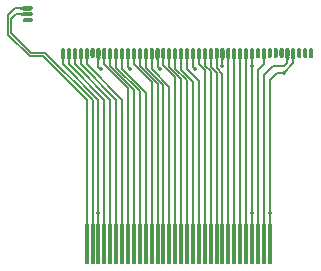
<source format=gtl>
G04 #@! TF.GenerationSoftware,KiCad,Pcbnew,(5.1.0)-1*
G04 #@! TF.CreationDate,2020-06-02T11:48:08-04:00*
G04 #@! TF.ProjectId,NewBaseVP,4e657742-6173-4655-9650-2e6b69636164,rev?*
G04 #@! TF.SameCoordinates,Original*
G04 #@! TF.FileFunction,Copper,L1,Top*
G04 #@! TF.FilePolarity,Positive*
%FSLAX46Y46*%
G04 Gerber Fmt 4.6, Leading zero omitted, Abs format (unit mm)*
G04 Created by KiCad (PCBNEW (5.1.0)-1) date 2020-06-02 11:48:08*
%MOMM*%
%LPD*%
G04 APERTURE LIST*
%ADD10C,0.350000*%
%ADD11C,0.242534*%
%ADD12C,0.100000*%
%ADD13R,0.300000X3.500000*%
%ADD14C,0.127000*%
%ADD15C,0.200000*%
G04 APERTURE END LIST*
D10*
X140000000Y-123000000D03*
X139500000Y-123000000D03*
X139000000Y-123000000D03*
X138500000Y-123000000D03*
X138000000Y-123000000D03*
X137500000Y-123000000D03*
X137000000Y-123000000D03*
X136500000Y-123000000D03*
X136000000Y-123000000D03*
X135500000Y-123000000D03*
X135000000Y-123000000D03*
X134500000Y-123000000D03*
X134000000Y-123000000D03*
X133500000Y-123000000D03*
X133000000Y-123000000D03*
X132500000Y-123000000D03*
X132000000Y-123000000D03*
X131500000Y-123000000D03*
X131000000Y-123000000D03*
X130500000Y-123000000D03*
X130000000Y-123000000D03*
X129500000Y-123000000D03*
X129000000Y-123000000D03*
X128500000Y-123000000D03*
X128000000Y-123000000D03*
X127500000Y-123000000D03*
X127000000Y-123000000D03*
X126500000Y-123000000D03*
X126000000Y-123000000D03*
X125500000Y-123000000D03*
X125000000Y-123000000D03*
X124500000Y-123000000D03*
X124000000Y-123000000D03*
X123500000Y-123000000D03*
X123000000Y-123000000D03*
X122500000Y-123000000D03*
X122000000Y-123000000D03*
X121500000Y-123000000D03*
X121000000Y-123000000D03*
X120500000Y-123000000D03*
X120000000Y-123000000D03*
X119500000Y-123000000D03*
X119000000Y-123000000D03*
D11*
X138500000Y-123750000D03*
D12*
G36*
X138575000Y-123950000D02*
G01*
X138425000Y-123950000D01*
X138325000Y-123550000D01*
X138675000Y-123550000D01*
X138575000Y-123950000D01*
X138575000Y-123950000D01*
G37*
D11*
X138000000Y-123750000D03*
D12*
G36*
X138075000Y-123950000D02*
G01*
X137925000Y-123950000D01*
X137825000Y-123550000D01*
X138175000Y-123550000D01*
X138075000Y-123950000D01*
X138075000Y-123950000D01*
G37*
D11*
X136000000Y-123750000D03*
D12*
G36*
X136075000Y-123950000D02*
G01*
X135925000Y-123950000D01*
X135825000Y-123550000D01*
X136175000Y-123550000D01*
X136075000Y-123950000D01*
X136075000Y-123950000D01*
G37*
D11*
X135000000Y-123750000D03*
D12*
G36*
X135075000Y-123950000D02*
G01*
X134925000Y-123950000D01*
X134825000Y-123550000D01*
X135175000Y-123550000D01*
X135075000Y-123950000D01*
X135075000Y-123950000D01*
G37*
D11*
X134500000Y-123750000D03*
D12*
G36*
X134575000Y-123950000D02*
G01*
X134425000Y-123950000D01*
X134325000Y-123550000D01*
X134675000Y-123550000D01*
X134575000Y-123950000D01*
X134575000Y-123950000D01*
G37*
D11*
X134000000Y-123750000D03*
D12*
G36*
X134075000Y-123950000D02*
G01*
X133925000Y-123950000D01*
X133825000Y-123550000D01*
X134175000Y-123550000D01*
X134075000Y-123950000D01*
X134075000Y-123950000D01*
G37*
D11*
X133500000Y-123750000D03*
D12*
G36*
X133575000Y-123950000D02*
G01*
X133425000Y-123950000D01*
X133325000Y-123550000D01*
X133675000Y-123550000D01*
X133575000Y-123950000D01*
X133575000Y-123950000D01*
G37*
D11*
X133000000Y-123750000D03*
D12*
G36*
X133075000Y-123950000D02*
G01*
X132925000Y-123950000D01*
X132825000Y-123550000D01*
X133175000Y-123550000D01*
X133075000Y-123950000D01*
X133075000Y-123950000D01*
G37*
D11*
X132500000Y-123750000D03*
D12*
G36*
X132575000Y-123950000D02*
G01*
X132425000Y-123950000D01*
X132325000Y-123550000D01*
X132675000Y-123550000D01*
X132575000Y-123950000D01*
X132575000Y-123950000D01*
G37*
D11*
X132000000Y-123750000D03*
D12*
G36*
X132075000Y-123950000D02*
G01*
X131925000Y-123950000D01*
X131825000Y-123550000D01*
X132175000Y-123550000D01*
X132075000Y-123950000D01*
X132075000Y-123950000D01*
G37*
D11*
X131500000Y-123750000D03*
D12*
G36*
X131575000Y-123950000D02*
G01*
X131425000Y-123950000D01*
X131325000Y-123550000D01*
X131675000Y-123550000D01*
X131575000Y-123950000D01*
X131575000Y-123950000D01*
G37*
D11*
X131000000Y-123750000D03*
D12*
G36*
X131075000Y-123950000D02*
G01*
X130925000Y-123950000D01*
X130825000Y-123550000D01*
X131175000Y-123550000D01*
X131075000Y-123950000D01*
X131075000Y-123950000D01*
G37*
D11*
X130500000Y-123750000D03*
D12*
G36*
X130575000Y-123950000D02*
G01*
X130425000Y-123950000D01*
X130325000Y-123550000D01*
X130675000Y-123550000D01*
X130575000Y-123950000D01*
X130575000Y-123950000D01*
G37*
D11*
X130000000Y-123750000D03*
D12*
G36*
X130075000Y-123950000D02*
G01*
X129925000Y-123950000D01*
X129825000Y-123550000D01*
X130175000Y-123550000D01*
X130075000Y-123950000D01*
X130075000Y-123950000D01*
G37*
D11*
X129500000Y-123750000D03*
D12*
G36*
X129575000Y-123950000D02*
G01*
X129425000Y-123950000D01*
X129325000Y-123550000D01*
X129675000Y-123550000D01*
X129575000Y-123950000D01*
X129575000Y-123950000D01*
G37*
D11*
X129000000Y-123750000D03*
D12*
G36*
X129075000Y-123950000D02*
G01*
X128925000Y-123950000D01*
X128825000Y-123550000D01*
X129175000Y-123550000D01*
X129075000Y-123950000D01*
X129075000Y-123950000D01*
G37*
D11*
X128500000Y-123750000D03*
D12*
G36*
X128575000Y-123950000D02*
G01*
X128425000Y-123950000D01*
X128325000Y-123550000D01*
X128675000Y-123550000D01*
X128575000Y-123950000D01*
X128575000Y-123950000D01*
G37*
D11*
X128000000Y-123750000D03*
D12*
G36*
X128075000Y-123950000D02*
G01*
X127925000Y-123950000D01*
X127825000Y-123550000D01*
X128175000Y-123550000D01*
X128075000Y-123950000D01*
X128075000Y-123950000D01*
G37*
D11*
X127500000Y-123750000D03*
D12*
G36*
X127575000Y-123950000D02*
G01*
X127425000Y-123950000D01*
X127325000Y-123550000D01*
X127675000Y-123550000D01*
X127575000Y-123950000D01*
X127575000Y-123950000D01*
G37*
D11*
X127000000Y-123750000D03*
D12*
G36*
X127075000Y-123950000D02*
G01*
X126925000Y-123950000D01*
X126825000Y-123550000D01*
X127175000Y-123550000D01*
X127075000Y-123950000D01*
X127075000Y-123950000D01*
G37*
D11*
X126500000Y-123750000D03*
D12*
G36*
X126575000Y-123950000D02*
G01*
X126425000Y-123950000D01*
X126325000Y-123550000D01*
X126675000Y-123550000D01*
X126575000Y-123950000D01*
X126575000Y-123950000D01*
G37*
D11*
X126000000Y-123750000D03*
D12*
G36*
X126075000Y-123950000D02*
G01*
X125925000Y-123950000D01*
X125825000Y-123550000D01*
X126175000Y-123550000D01*
X126075000Y-123950000D01*
X126075000Y-123950000D01*
G37*
D11*
X125500000Y-123750000D03*
D12*
G36*
X125575000Y-123950000D02*
G01*
X125425000Y-123950000D01*
X125325000Y-123550000D01*
X125675000Y-123550000D01*
X125575000Y-123950000D01*
X125575000Y-123950000D01*
G37*
D11*
X125000000Y-123750000D03*
D12*
G36*
X125075000Y-123950000D02*
G01*
X124925000Y-123950000D01*
X124825000Y-123550000D01*
X125175000Y-123550000D01*
X125075000Y-123950000D01*
X125075000Y-123950000D01*
G37*
D11*
X124500000Y-123750000D03*
D12*
G36*
X124575000Y-123950000D02*
G01*
X124425000Y-123950000D01*
X124325000Y-123550000D01*
X124675000Y-123550000D01*
X124575000Y-123950000D01*
X124575000Y-123950000D01*
G37*
D11*
X124000000Y-123750000D03*
D12*
G36*
X124075000Y-123950000D02*
G01*
X123925000Y-123950000D01*
X123825000Y-123550000D01*
X124175000Y-123550000D01*
X124075000Y-123950000D01*
X124075000Y-123950000D01*
G37*
D11*
X123500000Y-123750000D03*
D12*
G36*
X123575000Y-123950000D02*
G01*
X123425000Y-123950000D01*
X123325000Y-123550000D01*
X123675000Y-123550000D01*
X123575000Y-123950000D01*
X123575000Y-123950000D01*
G37*
D11*
X123000000Y-123750000D03*
D12*
G36*
X123075000Y-123950000D02*
G01*
X122925000Y-123950000D01*
X122825000Y-123550000D01*
X123175000Y-123550000D01*
X123075000Y-123950000D01*
X123075000Y-123950000D01*
G37*
D11*
X122500000Y-123750000D03*
D12*
G36*
X122575000Y-123950000D02*
G01*
X122425000Y-123950000D01*
X122325000Y-123550000D01*
X122675000Y-123550000D01*
X122575000Y-123950000D01*
X122575000Y-123950000D01*
G37*
D11*
X122000000Y-123750000D03*
D12*
G36*
X122075000Y-123950000D02*
G01*
X121925000Y-123950000D01*
X121825000Y-123550000D01*
X122175000Y-123550000D01*
X122075000Y-123950000D01*
X122075000Y-123950000D01*
G37*
D11*
X121000000Y-123750000D03*
D12*
G36*
X121075000Y-123950000D02*
G01*
X120925000Y-123950000D01*
X120825000Y-123550000D01*
X121175000Y-123550000D01*
X121075000Y-123950000D01*
X121075000Y-123950000D01*
G37*
D11*
X120500000Y-123750000D03*
D12*
G36*
X120575000Y-123950000D02*
G01*
X120425000Y-123950000D01*
X120325000Y-123550000D01*
X120675000Y-123550000D01*
X120575000Y-123950000D01*
X120575000Y-123950000D01*
G37*
D11*
X120000000Y-123750000D03*
D12*
G36*
X120075000Y-123950000D02*
G01*
X119925000Y-123950000D01*
X119825000Y-123550000D01*
X120175000Y-123550000D01*
X120075000Y-123950000D01*
X120075000Y-123950000D01*
G37*
D11*
X119500000Y-123750000D03*
D12*
G36*
X119575000Y-123950000D02*
G01*
X119425000Y-123950000D01*
X119325000Y-123550000D01*
X119675000Y-123550000D01*
X119575000Y-123950000D01*
X119575000Y-123950000D01*
G37*
D11*
X119000000Y-123750000D03*
D12*
G36*
X119075000Y-123950000D02*
G01*
X118925000Y-123950000D01*
X118825000Y-123550000D01*
X119175000Y-123550000D01*
X119075000Y-123950000D01*
X119075000Y-123950000D01*
G37*
D10*
X140000000Y-123500000D03*
X139500000Y-123500000D03*
X139000000Y-123500000D03*
X138500000Y-123500000D03*
X138000000Y-123500000D03*
X137500000Y-123500000D03*
X137000000Y-123500000D03*
X136500000Y-123500000D03*
X136000000Y-123500000D03*
X135500000Y-123500000D03*
X135000000Y-123500000D03*
X134500000Y-123500000D03*
X134000000Y-123500000D03*
X133500000Y-123500000D03*
X133000000Y-123500000D03*
X132500000Y-123500000D03*
X132000000Y-123500000D03*
X131500000Y-123500000D03*
X131000000Y-123500000D03*
X130500000Y-123500000D03*
X130000000Y-123500000D03*
X129500000Y-123500000D03*
X129000000Y-123500000D03*
X128500000Y-123500000D03*
X128000000Y-123500000D03*
X127500000Y-123500000D03*
X127000000Y-123500000D03*
X126500000Y-123500000D03*
X126000000Y-123500000D03*
X125500000Y-123500000D03*
X125000000Y-123500000D03*
X124500000Y-123500000D03*
X124000000Y-123500000D03*
X123500000Y-123500000D03*
X123000000Y-123500000D03*
X122500000Y-123500000D03*
X122000000Y-123500000D03*
X121500000Y-123500000D03*
X121000000Y-123500000D03*
X120500000Y-123500000D03*
X120000000Y-123500000D03*
X119500000Y-123500000D03*
X119000000Y-123500000D03*
D12*
G36*
X140017154Y-122825843D02*
G01*
X140034142Y-122828363D01*
X140050801Y-122832535D01*
X140066971Y-122838321D01*
X140082495Y-122845664D01*
X140097226Y-122854493D01*
X140111020Y-122864723D01*
X140123745Y-122876256D01*
X140135278Y-122888981D01*
X140145508Y-122902775D01*
X140154337Y-122917506D01*
X140161680Y-122933030D01*
X140167466Y-122949200D01*
X140171638Y-122965859D01*
X140174158Y-122982847D01*
X140175001Y-123000000D01*
X140175001Y-123500000D01*
X140174158Y-123517153D01*
X140171638Y-123534141D01*
X140167466Y-123550800D01*
X140161680Y-123566970D01*
X140154337Y-123582494D01*
X140145508Y-123597225D01*
X140135278Y-123611019D01*
X140123745Y-123623744D01*
X140111020Y-123635277D01*
X140097226Y-123645507D01*
X140082495Y-123654336D01*
X140066971Y-123661679D01*
X140050801Y-123667465D01*
X140034142Y-123671637D01*
X140017154Y-123674157D01*
X140000001Y-123675000D01*
X139999999Y-123675000D01*
X139982846Y-123674157D01*
X139965858Y-123671637D01*
X139949199Y-123667465D01*
X139933029Y-123661679D01*
X139917505Y-123654336D01*
X139902774Y-123645507D01*
X139888980Y-123635277D01*
X139876255Y-123623744D01*
X139864722Y-123611019D01*
X139854492Y-123597225D01*
X139845663Y-123582494D01*
X139838320Y-123566970D01*
X139832534Y-123550800D01*
X139828362Y-123534141D01*
X139825842Y-123517153D01*
X139824999Y-123500000D01*
X139824999Y-123000000D01*
X139825842Y-122982847D01*
X139828362Y-122965859D01*
X139832534Y-122949200D01*
X139838320Y-122933030D01*
X139845663Y-122917506D01*
X139854492Y-122902775D01*
X139864722Y-122888981D01*
X139876255Y-122876256D01*
X139888980Y-122864723D01*
X139902774Y-122854493D01*
X139917505Y-122845664D01*
X139933029Y-122838321D01*
X139949199Y-122832535D01*
X139965858Y-122828363D01*
X139982846Y-122825843D01*
X139999999Y-122825000D01*
X140000001Y-122825000D01*
X140017154Y-122825843D01*
X140017154Y-122825843D01*
G37*
D10*
X140000000Y-123250000D03*
D12*
G36*
X139517154Y-122825843D02*
G01*
X139534142Y-122828363D01*
X139550801Y-122832535D01*
X139566971Y-122838321D01*
X139582495Y-122845664D01*
X139597226Y-122854493D01*
X139611020Y-122864723D01*
X139623745Y-122876256D01*
X139635278Y-122888981D01*
X139645508Y-122902775D01*
X139654337Y-122917506D01*
X139661680Y-122933030D01*
X139667466Y-122949200D01*
X139671638Y-122965859D01*
X139674158Y-122982847D01*
X139675001Y-123000000D01*
X139675001Y-123500000D01*
X139674158Y-123517153D01*
X139671638Y-123534141D01*
X139667466Y-123550800D01*
X139661680Y-123566970D01*
X139654337Y-123582494D01*
X139645508Y-123597225D01*
X139635278Y-123611019D01*
X139623745Y-123623744D01*
X139611020Y-123635277D01*
X139597226Y-123645507D01*
X139582495Y-123654336D01*
X139566971Y-123661679D01*
X139550801Y-123667465D01*
X139534142Y-123671637D01*
X139517154Y-123674157D01*
X139500001Y-123675000D01*
X139499999Y-123675000D01*
X139482846Y-123674157D01*
X139465858Y-123671637D01*
X139449199Y-123667465D01*
X139433029Y-123661679D01*
X139417505Y-123654336D01*
X139402774Y-123645507D01*
X139388980Y-123635277D01*
X139376255Y-123623744D01*
X139364722Y-123611019D01*
X139354492Y-123597225D01*
X139345663Y-123582494D01*
X139338320Y-123566970D01*
X139332534Y-123550800D01*
X139328362Y-123534141D01*
X139325842Y-123517153D01*
X139324999Y-123500000D01*
X139324999Y-123000000D01*
X139325842Y-122982847D01*
X139328362Y-122965859D01*
X139332534Y-122949200D01*
X139338320Y-122933030D01*
X139345663Y-122917506D01*
X139354492Y-122902775D01*
X139364722Y-122888981D01*
X139376255Y-122876256D01*
X139388980Y-122864723D01*
X139402774Y-122854493D01*
X139417505Y-122845664D01*
X139433029Y-122838321D01*
X139449199Y-122832535D01*
X139465858Y-122828363D01*
X139482846Y-122825843D01*
X139499999Y-122825000D01*
X139500001Y-122825000D01*
X139517154Y-122825843D01*
X139517154Y-122825843D01*
G37*
D10*
X139500000Y-123250000D03*
D12*
G36*
X139017154Y-122825843D02*
G01*
X139034142Y-122828363D01*
X139050801Y-122832535D01*
X139066971Y-122838321D01*
X139082495Y-122845664D01*
X139097226Y-122854493D01*
X139111020Y-122864723D01*
X139123745Y-122876256D01*
X139135278Y-122888981D01*
X139145508Y-122902775D01*
X139154337Y-122917506D01*
X139161680Y-122933030D01*
X139167466Y-122949200D01*
X139171638Y-122965859D01*
X139174158Y-122982847D01*
X139175001Y-123000000D01*
X139175001Y-123500000D01*
X139174158Y-123517153D01*
X139171638Y-123534141D01*
X139167466Y-123550800D01*
X139161680Y-123566970D01*
X139154337Y-123582494D01*
X139145508Y-123597225D01*
X139135278Y-123611019D01*
X139123745Y-123623744D01*
X139111020Y-123635277D01*
X139097226Y-123645507D01*
X139082495Y-123654336D01*
X139066971Y-123661679D01*
X139050801Y-123667465D01*
X139034142Y-123671637D01*
X139017154Y-123674157D01*
X139000001Y-123675000D01*
X138999999Y-123675000D01*
X138982846Y-123674157D01*
X138965858Y-123671637D01*
X138949199Y-123667465D01*
X138933029Y-123661679D01*
X138917505Y-123654336D01*
X138902774Y-123645507D01*
X138888980Y-123635277D01*
X138876255Y-123623744D01*
X138864722Y-123611019D01*
X138854492Y-123597225D01*
X138845663Y-123582494D01*
X138838320Y-123566970D01*
X138832534Y-123550800D01*
X138828362Y-123534141D01*
X138825842Y-123517153D01*
X138824999Y-123500000D01*
X138824999Y-123000000D01*
X138825842Y-122982847D01*
X138828362Y-122965859D01*
X138832534Y-122949200D01*
X138838320Y-122933030D01*
X138845663Y-122917506D01*
X138854492Y-122902775D01*
X138864722Y-122888981D01*
X138876255Y-122876256D01*
X138888980Y-122864723D01*
X138902774Y-122854493D01*
X138917505Y-122845664D01*
X138933029Y-122838321D01*
X138949199Y-122832535D01*
X138965858Y-122828363D01*
X138982846Y-122825843D01*
X138999999Y-122825000D01*
X139000001Y-122825000D01*
X139017154Y-122825843D01*
X139017154Y-122825843D01*
G37*
D10*
X139000000Y-123250000D03*
D12*
G36*
X138517154Y-122825843D02*
G01*
X138534142Y-122828363D01*
X138550801Y-122832535D01*
X138566971Y-122838321D01*
X138582495Y-122845664D01*
X138597226Y-122854493D01*
X138611020Y-122864723D01*
X138623745Y-122876256D01*
X138635278Y-122888981D01*
X138645508Y-122902775D01*
X138654337Y-122917506D01*
X138661680Y-122933030D01*
X138667466Y-122949200D01*
X138671638Y-122965859D01*
X138674158Y-122982847D01*
X138675001Y-123000000D01*
X138675001Y-123500000D01*
X138674158Y-123517153D01*
X138671638Y-123534141D01*
X138667466Y-123550800D01*
X138661680Y-123566970D01*
X138654337Y-123582494D01*
X138645508Y-123597225D01*
X138635278Y-123611019D01*
X138623745Y-123623744D01*
X138611020Y-123635277D01*
X138597226Y-123645507D01*
X138582495Y-123654336D01*
X138566971Y-123661679D01*
X138550801Y-123667465D01*
X138534142Y-123671637D01*
X138517154Y-123674157D01*
X138500001Y-123675000D01*
X138499999Y-123675000D01*
X138482846Y-123674157D01*
X138465858Y-123671637D01*
X138449199Y-123667465D01*
X138433029Y-123661679D01*
X138417505Y-123654336D01*
X138402774Y-123645507D01*
X138388980Y-123635277D01*
X138376255Y-123623744D01*
X138364722Y-123611019D01*
X138354492Y-123597225D01*
X138345663Y-123582494D01*
X138338320Y-123566970D01*
X138332534Y-123550800D01*
X138328362Y-123534141D01*
X138325842Y-123517153D01*
X138324999Y-123500000D01*
X138324999Y-123000000D01*
X138325842Y-122982847D01*
X138328362Y-122965859D01*
X138332534Y-122949200D01*
X138338320Y-122933030D01*
X138345663Y-122917506D01*
X138354492Y-122902775D01*
X138364722Y-122888981D01*
X138376255Y-122876256D01*
X138388980Y-122864723D01*
X138402774Y-122854493D01*
X138417505Y-122845664D01*
X138433029Y-122838321D01*
X138449199Y-122832535D01*
X138465858Y-122828363D01*
X138482846Y-122825843D01*
X138499999Y-122825000D01*
X138500001Y-122825000D01*
X138517154Y-122825843D01*
X138517154Y-122825843D01*
G37*
D10*
X138500000Y-123250000D03*
D12*
G36*
X138017154Y-122825843D02*
G01*
X138034142Y-122828363D01*
X138050801Y-122832535D01*
X138066971Y-122838321D01*
X138082495Y-122845664D01*
X138097226Y-122854493D01*
X138111020Y-122864723D01*
X138123745Y-122876256D01*
X138135278Y-122888981D01*
X138145508Y-122902775D01*
X138154337Y-122917506D01*
X138161680Y-122933030D01*
X138167466Y-122949200D01*
X138171638Y-122965859D01*
X138174158Y-122982847D01*
X138175001Y-123000000D01*
X138175001Y-123500000D01*
X138174158Y-123517153D01*
X138171638Y-123534141D01*
X138167466Y-123550800D01*
X138161680Y-123566970D01*
X138154337Y-123582494D01*
X138145508Y-123597225D01*
X138135278Y-123611019D01*
X138123745Y-123623744D01*
X138111020Y-123635277D01*
X138097226Y-123645507D01*
X138082495Y-123654336D01*
X138066971Y-123661679D01*
X138050801Y-123667465D01*
X138034142Y-123671637D01*
X138017154Y-123674157D01*
X138000001Y-123675000D01*
X137999999Y-123675000D01*
X137982846Y-123674157D01*
X137965858Y-123671637D01*
X137949199Y-123667465D01*
X137933029Y-123661679D01*
X137917505Y-123654336D01*
X137902774Y-123645507D01*
X137888980Y-123635277D01*
X137876255Y-123623744D01*
X137864722Y-123611019D01*
X137854492Y-123597225D01*
X137845663Y-123582494D01*
X137838320Y-123566970D01*
X137832534Y-123550800D01*
X137828362Y-123534141D01*
X137825842Y-123517153D01*
X137824999Y-123500000D01*
X137824999Y-123000000D01*
X137825842Y-122982847D01*
X137828362Y-122965859D01*
X137832534Y-122949200D01*
X137838320Y-122933030D01*
X137845663Y-122917506D01*
X137854492Y-122902775D01*
X137864722Y-122888981D01*
X137876255Y-122876256D01*
X137888980Y-122864723D01*
X137902774Y-122854493D01*
X137917505Y-122845664D01*
X137933029Y-122838321D01*
X137949199Y-122832535D01*
X137965858Y-122828363D01*
X137982846Y-122825843D01*
X137999999Y-122825000D01*
X138000001Y-122825000D01*
X138017154Y-122825843D01*
X138017154Y-122825843D01*
G37*
D10*
X138000000Y-123250000D03*
D12*
G36*
X137517154Y-122825843D02*
G01*
X137534142Y-122828363D01*
X137550801Y-122832535D01*
X137566971Y-122838321D01*
X137582495Y-122845664D01*
X137597226Y-122854493D01*
X137611020Y-122864723D01*
X137623745Y-122876256D01*
X137635278Y-122888981D01*
X137645508Y-122902775D01*
X137654337Y-122917506D01*
X137661680Y-122933030D01*
X137667466Y-122949200D01*
X137671638Y-122965859D01*
X137674158Y-122982847D01*
X137675001Y-123000000D01*
X137675001Y-123500000D01*
X137674158Y-123517153D01*
X137671638Y-123534141D01*
X137667466Y-123550800D01*
X137661680Y-123566970D01*
X137654337Y-123582494D01*
X137645508Y-123597225D01*
X137635278Y-123611019D01*
X137623745Y-123623744D01*
X137611020Y-123635277D01*
X137597226Y-123645507D01*
X137582495Y-123654336D01*
X137566971Y-123661679D01*
X137550801Y-123667465D01*
X137534142Y-123671637D01*
X137517154Y-123674157D01*
X137500001Y-123675000D01*
X137499999Y-123675000D01*
X137482846Y-123674157D01*
X137465858Y-123671637D01*
X137449199Y-123667465D01*
X137433029Y-123661679D01*
X137417505Y-123654336D01*
X137402774Y-123645507D01*
X137388980Y-123635277D01*
X137376255Y-123623744D01*
X137364722Y-123611019D01*
X137354492Y-123597225D01*
X137345663Y-123582494D01*
X137338320Y-123566970D01*
X137332534Y-123550800D01*
X137328362Y-123534141D01*
X137325842Y-123517153D01*
X137324999Y-123500000D01*
X137324999Y-123000000D01*
X137325842Y-122982847D01*
X137328362Y-122965859D01*
X137332534Y-122949200D01*
X137338320Y-122933030D01*
X137345663Y-122917506D01*
X137354492Y-122902775D01*
X137364722Y-122888981D01*
X137376255Y-122876256D01*
X137388980Y-122864723D01*
X137402774Y-122854493D01*
X137417505Y-122845664D01*
X137433029Y-122838321D01*
X137449199Y-122832535D01*
X137465858Y-122828363D01*
X137482846Y-122825843D01*
X137499999Y-122825000D01*
X137500001Y-122825000D01*
X137517154Y-122825843D01*
X137517154Y-122825843D01*
G37*
D10*
X137500000Y-123250000D03*
D12*
G36*
X137017154Y-122825843D02*
G01*
X137034142Y-122828363D01*
X137050801Y-122832535D01*
X137066971Y-122838321D01*
X137082495Y-122845664D01*
X137097226Y-122854493D01*
X137111020Y-122864723D01*
X137123745Y-122876256D01*
X137135278Y-122888981D01*
X137145508Y-122902775D01*
X137154337Y-122917506D01*
X137161680Y-122933030D01*
X137167466Y-122949200D01*
X137171638Y-122965859D01*
X137174158Y-122982847D01*
X137175001Y-123000000D01*
X137175001Y-123500000D01*
X137174158Y-123517153D01*
X137171638Y-123534141D01*
X137167466Y-123550800D01*
X137161680Y-123566970D01*
X137154337Y-123582494D01*
X137145508Y-123597225D01*
X137135278Y-123611019D01*
X137123745Y-123623744D01*
X137111020Y-123635277D01*
X137097226Y-123645507D01*
X137082495Y-123654336D01*
X137066971Y-123661679D01*
X137050801Y-123667465D01*
X137034142Y-123671637D01*
X137017154Y-123674157D01*
X137000001Y-123675000D01*
X136999999Y-123675000D01*
X136982846Y-123674157D01*
X136965858Y-123671637D01*
X136949199Y-123667465D01*
X136933029Y-123661679D01*
X136917505Y-123654336D01*
X136902774Y-123645507D01*
X136888980Y-123635277D01*
X136876255Y-123623744D01*
X136864722Y-123611019D01*
X136854492Y-123597225D01*
X136845663Y-123582494D01*
X136838320Y-123566970D01*
X136832534Y-123550800D01*
X136828362Y-123534141D01*
X136825842Y-123517153D01*
X136824999Y-123500000D01*
X136824999Y-123000000D01*
X136825842Y-122982847D01*
X136828362Y-122965859D01*
X136832534Y-122949200D01*
X136838320Y-122933030D01*
X136845663Y-122917506D01*
X136854492Y-122902775D01*
X136864722Y-122888981D01*
X136876255Y-122876256D01*
X136888980Y-122864723D01*
X136902774Y-122854493D01*
X136917505Y-122845664D01*
X136933029Y-122838321D01*
X136949199Y-122832535D01*
X136965858Y-122828363D01*
X136982846Y-122825843D01*
X136999999Y-122825000D01*
X137000001Y-122825000D01*
X137017154Y-122825843D01*
X137017154Y-122825843D01*
G37*
D10*
X137000000Y-123250000D03*
D12*
G36*
X136517154Y-122825843D02*
G01*
X136534142Y-122828363D01*
X136550801Y-122832535D01*
X136566971Y-122838321D01*
X136582495Y-122845664D01*
X136597226Y-122854493D01*
X136611020Y-122864723D01*
X136623745Y-122876256D01*
X136635278Y-122888981D01*
X136645508Y-122902775D01*
X136654337Y-122917506D01*
X136661680Y-122933030D01*
X136667466Y-122949200D01*
X136671638Y-122965859D01*
X136674158Y-122982847D01*
X136675001Y-123000000D01*
X136675001Y-123500000D01*
X136674158Y-123517153D01*
X136671638Y-123534141D01*
X136667466Y-123550800D01*
X136661680Y-123566970D01*
X136654337Y-123582494D01*
X136645508Y-123597225D01*
X136635278Y-123611019D01*
X136623745Y-123623744D01*
X136611020Y-123635277D01*
X136597226Y-123645507D01*
X136582495Y-123654336D01*
X136566971Y-123661679D01*
X136550801Y-123667465D01*
X136534142Y-123671637D01*
X136517154Y-123674157D01*
X136500001Y-123675000D01*
X136499999Y-123675000D01*
X136482846Y-123674157D01*
X136465858Y-123671637D01*
X136449199Y-123667465D01*
X136433029Y-123661679D01*
X136417505Y-123654336D01*
X136402774Y-123645507D01*
X136388980Y-123635277D01*
X136376255Y-123623744D01*
X136364722Y-123611019D01*
X136354492Y-123597225D01*
X136345663Y-123582494D01*
X136338320Y-123566970D01*
X136332534Y-123550800D01*
X136328362Y-123534141D01*
X136325842Y-123517153D01*
X136324999Y-123500000D01*
X136324999Y-123000000D01*
X136325842Y-122982847D01*
X136328362Y-122965859D01*
X136332534Y-122949200D01*
X136338320Y-122933030D01*
X136345663Y-122917506D01*
X136354492Y-122902775D01*
X136364722Y-122888981D01*
X136376255Y-122876256D01*
X136388980Y-122864723D01*
X136402774Y-122854493D01*
X136417505Y-122845664D01*
X136433029Y-122838321D01*
X136449199Y-122832535D01*
X136465858Y-122828363D01*
X136482846Y-122825843D01*
X136499999Y-122825000D01*
X136500001Y-122825000D01*
X136517154Y-122825843D01*
X136517154Y-122825843D01*
G37*
D10*
X136500000Y-123250000D03*
D12*
G36*
X136017154Y-122825843D02*
G01*
X136034142Y-122828363D01*
X136050801Y-122832535D01*
X136066971Y-122838321D01*
X136082495Y-122845664D01*
X136097226Y-122854493D01*
X136111020Y-122864723D01*
X136123745Y-122876256D01*
X136135278Y-122888981D01*
X136145508Y-122902775D01*
X136154337Y-122917506D01*
X136161680Y-122933030D01*
X136167466Y-122949200D01*
X136171638Y-122965859D01*
X136174158Y-122982847D01*
X136175001Y-123000000D01*
X136175001Y-123500000D01*
X136174158Y-123517153D01*
X136171638Y-123534141D01*
X136167466Y-123550800D01*
X136161680Y-123566970D01*
X136154337Y-123582494D01*
X136145508Y-123597225D01*
X136135278Y-123611019D01*
X136123745Y-123623744D01*
X136111020Y-123635277D01*
X136097226Y-123645507D01*
X136082495Y-123654336D01*
X136066971Y-123661679D01*
X136050801Y-123667465D01*
X136034142Y-123671637D01*
X136017154Y-123674157D01*
X136000001Y-123675000D01*
X135999999Y-123675000D01*
X135982846Y-123674157D01*
X135965858Y-123671637D01*
X135949199Y-123667465D01*
X135933029Y-123661679D01*
X135917505Y-123654336D01*
X135902774Y-123645507D01*
X135888980Y-123635277D01*
X135876255Y-123623744D01*
X135864722Y-123611019D01*
X135854492Y-123597225D01*
X135845663Y-123582494D01*
X135838320Y-123566970D01*
X135832534Y-123550800D01*
X135828362Y-123534141D01*
X135825842Y-123517153D01*
X135824999Y-123500000D01*
X135824999Y-123000000D01*
X135825842Y-122982847D01*
X135828362Y-122965859D01*
X135832534Y-122949200D01*
X135838320Y-122933030D01*
X135845663Y-122917506D01*
X135854492Y-122902775D01*
X135864722Y-122888981D01*
X135876255Y-122876256D01*
X135888980Y-122864723D01*
X135902774Y-122854493D01*
X135917505Y-122845664D01*
X135933029Y-122838321D01*
X135949199Y-122832535D01*
X135965858Y-122828363D01*
X135982846Y-122825843D01*
X135999999Y-122825000D01*
X136000001Y-122825000D01*
X136017154Y-122825843D01*
X136017154Y-122825843D01*
G37*
D10*
X136000000Y-123250000D03*
D12*
G36*
X135517154Y-122825843D02*
G01*
X135534142Y-122828363D01*
X135550801Y-122832535D01*
X135566971Y-122838321D01*
X135582495Y-122845664D01*
X135597226Y-122854493D01*
X135611020Y-122864723D01*
X135623745Y-122876256D01*
X135635278Y-122888981D01*
X135645508Y-122902775D01*
X135654337Y-122917506D01*
X135661680Y-122933030D01*
X135667466Y-122949200D01*
X135671638Y-122965859D01*
X135674158Y-122982847D01*
X135675001Y-123000000D01*
X135675001Y-123500000D01*
X135674158Y-123517153D01*
X135671638Y-123534141D01*
X135667466Y-123550800D01*
X135661680Y-123566970D01*
X135654337Y-123582494D01*
X135645508Y-123597225D01*
X135635278Y-123611019D01*
X135623745Y-123623744D01*
X135611020Y-123635277D01*
X135597226Y-123645507D01*
X135582495Y-123654336D01*
X135566971Y-123661679D01*
X135550801Y-123667465D01*
X135534142Y-123671637D01*
X135517154Y-123674157D01*
X135500001Y-123675000D01*
X135499999Y-123675000D01*
X135482846Y-123674157D01*
X135465858Y-123671637D01*
X135449199Y-123667465D01*
X135433029Y-123661679D01*
X135417505Y-123654336D01*
X135402774Y-123645507D01*
X135388980Y-123635277D01*
X135376255Y-123623744D01*
X135364722Y-123611019D01*
X135354492Y-123597225D01*
X135345663Y-123582494D01*
X135338320Y-123566970D01*
X135332534Y-123550800D01*
X135328362Y-123534141D01*
X135325842Y-123517153D01*
X135324999Y-123500000D01*
X135324999Y-123000000D01*
X135325842Y-122982847D01*
X135328362Y-122965859D01*
X135332534Y-122949200D01*
X135338320Y-122933030D01*
X135345663Y-122917506D01*
X135354492Y-122902775D01*
X135364722Y-122888981D01*
X135376255Y-122876256D01*
X135388980Y-122864723D01*
X135402774Y-122854493D01*
X135417505Y-122845664D01*
X135433029Y-122838321D01*
X135449199Y-122832535D01*
X135465858Y-122828363D01*
X135482846Y-122825843D01*
X135499999Y-122825000D01*
X135500001Y-122825000D01*
X135517154Y-122825843D01*
X135517154Y-122825843D01*
G37*
D10*
X135500000Y-123250000D03*
D12*
G36*
X135017154Y-122825843D02*
G01*
X135034142Y-122828363D01*
X135050801Y-122832535D01*
X135066971Y-122838321D01*
X135082495Y-122845664D01*
X135097226Y-122854493D01*
X135111020Y-122864723D01*
X135123745Y-122876256D01*
X135135278Y-122888981D01*
X135145508Y-122902775D01*
X135154337Y-122917506D01*
X135161680Y-122933030D01*
X135167466Y-122949200D01*
X135171638Y-122965859D01*
X135174158Y-122982847D01*
X135175001Y-123000000D01*
X135175001Y-123500000D01*
X135174158Y-123517153D01*
X135171638Y-123534141D01*
X135167466Y-123550800D01*
X135161680Y-123566970D01*
X135154337Y-123582494D01*
X135145508Y-123597225D01*
X135135278Y-123611019D01*
X135123745Y-123623744D01*
X135111020Y-123635277D01*
X135097226Y-123645507D01*
X135082495Y-123654336D01*
X135066971Y-123661679D01*
X135050801Y-123667465D01*
X135034142Y-123671637D01*
X135017154Y-123674157D01*
X135000001Y-123675000D01*
X134999999Y-123675000D01*
X134982846Y-123674157D01*
X134965858Y-123671637D01*
X134949199Y-123667465D01*
X134933029Y-123661679D01*
X134917505Y-123654336D01*
X134902774Y-123645507D01*
X134888980Y-123635277D01*
X134876255Y-123623744D01*
X134864722Y-123611019D01*
X134854492Y-123597225D01*
X134845663Y-123582494D01*
X134838320Y-123566970D01*
X134832534Y-123550800D01*
X134828362Y-123534141D01*
X134825842Y-123517153D01*
X134824999Y-123500000D01*
X134824999Y-123000000D01*
X134825842Y-122982847D01*
X134828362Y-122965859D01*
X134832534Y-122949200D01*
X134838320Y-122933030D01*
X134845663Y-122917506D01*
X134854492Y-122902775D01*
X134864722Y-122888981D01*
X134876255Y-122876256D01*
X134888980Y-122864723D01*
X134902774Y-122854493D01*
X134917505Y-122845664D01*
X134933029Y-122838321D01*
X134949199Y-122832535D01*
X134965858Y-122828363D01*
X134982846Y-122825843D01*
X134999999Y-122825000D01*
X135000001Y-122825000D01*
X135017154Y-122825843D01*
X135017154Y-122825843D01*
G37*
D10*
X135000000Y-123250000D03*
D12*
G36*
X134517154Y-122825843D02*
G01*
X134534142Y-122828363D01*
X134550801Y-122832535D01*
X134566971Y-122838321D01*
X134582495Y-122845664D01*
X134597226Y-122854493D01*
X134611020Y-122864723D01*
X134623745Y-122876256D01*
X134635278Y-122888981D01*
X134645508Y-122902775D01*
X134654337Y-122917506D01*
X134661680Y-122933030D01*
X134667466Y-122949200D01*
X134671638Y-122965859D01*
X134674158Y-122982847D01*
X134675001Y-123000000D01*
X134675001Y-123500000D01*
X134674158Y-123517153D01*
X134671638Y-123534141D01*
X134667466Y-123550800D01*
X134661680Y-123566970D01*
X134654337Y-123582494D01*
X134645508Y-123597225D01*
X134635278Y-123611019D01*
X134623745Y-123623744D01*
X134611020Y-123635277D01*
X134597226Y-123645507D01*
X134582495Y-123654336D01*
X134566971Y-123661679D01*
X134550801Y-123667465D01*
X134534142Y-123671637D01*
X134517154Y-123674157D01*
X134500001Y-123675000D01*
X134499999Y-123675000D01*
X134482846Y-123674157D01*
X134465858Y-123671637D01*
X134449199Y-123667465D01*
X134433029Y-123661679D01*
X134417505Y-123654336D01*
X134402774Y-123645507D01*
X134388980Y-123635277D01*
X134376255Y-123623744D01*
X134364722Y-123611019D01*
X134354492Y-123597225D01*
X134345663Y-123582494D01*
X134338320Y-123566970D01*
X134332534Y-123550800D01*
X134328362Y-123534141D01*
X134325842Y-123517153D01*
X134324999Y-123500000D01*
X134324999Y-123000000D01*
X134325842Y-122982847D01*
X134328362Y-122965859D01*
X134332534Y-122949200D01*
X134338320Y-122933030D01*
X134345663Y-122917506D01*
X134354492Y-122902775D01*
X134364722Y-122888981D01*
X134376255Y-122876256D01*
X134388980Y-122864723D01*
X134402774Y-122854493D01*
X134417505Y-122845664D01*
X134433029Y-122838321D01*
X134449199Y-122832535D01*
X134465858Y-122828363D01*
X134482846Y-122825843D01*
X134499999Y-122825000D01*
X134500001Y-122825000D01*
X134517154Y-122825843D01*
X134517154Y-122825843D01*
G37*
D10*
X134500000Y-123250000D03*
D12*
G36*
X134017154Y-122825843D02*
G01*
X134034142Y-122828363D01*
X134050801Y-122832535D01*
X134066971Y-122838321D01*
X134082495Y-122845664D01*
X134097226Y-122854493D01*
X134111020Y-122864723D01*
X134123745Y-122876256D01*
X134135278Y-122888981D01*
X134145508Y-122902775D01*
X134154337Y-122917506D01*
X134161680Y-122933030D01*
X134167466Y-122949200D01*
X134171638Y-122965859D01*
X134174158Y-122982847D01*
X134175001Y-123000000D01*
X134175001Y-123500000D01*
X134174158Y-123517153D01*
X134171638Y-123534141D01*
X134167466Y-123550800D01*
X134161680Y-123566970D01*
X134154337Y-123582494D01*
X134145508Y-123597225D01*
X134135278Y-123611019D01*
X134123745Y-123623744D01*
X134111020Y-123635277D01*
X134097226Y-123645507D01*
X134082495Y-123654336D01*
X134066971Y-123661679D01*
X134050801Y-123667465D01*
X134034142Y-123671637D01*
X134017154Y-123674157D01*
X134000001Y-123675000D01*
X133999999Y-123675000D01*
X133982846Y-123674157D01*
X133965858Y-123671637D01*
X133949199Y-123667465D01*
X133933029Y-123661679D01*
X133917505Y-123654336D01*
X133902774Y-123645507D01*
X133888980Y-123635277D01*
X133876255Y-123623744D01*
X133864722Y-123611019D01*
X133854492Y-123597225D01*
X133845663Y-123582494D01*
X133838320Y-123566970D01*
X133832534Y-123550800D01*
X133828362Y-123534141D01*
X133825842Y-123517153D01*
X133824999Y-123500000D01*
X133824999Y-123000000D01*
X133825842Y-122982847D01*
X133828362Y-122965859D01*
X133832534Y-122949200D01*
X133838320Y-122933030D01*
X133845663Y-122917506D01*
X133854492Y-122902775D01*
X133864722Y-122888981D01*
X133876255Y-122876256D01*
X133888980Y-122864723D01*
X133902774Y-122854493D01*
X133917505Y-122845664D01*
X133933029Y-122838321D01*
X133949199Y-122832535D01*
X133965858Y-122828363D01*
X133982846Y-122825843D01*
X133999999Y-122825000D01*
X134000001Y-122825000D01*
X134017154Y-122825843D01*
X134017154Y-122825843D01*
G37*
D10*
X134000000Y-123250000D03*
D12*
G36*
X133517154Y-122825843D02*
G01*
X133534142Y-122828363D01*
X133550801Y-122832535D01*
X133566971Y-122838321D01*
X133582495Y-122845664D01*
X133597226Y-122854493D01*
X133611020Y-122864723D01*
X133623745Y-122876256D01*
X133635278Y-122888981D01*
X133645508Y-122902775D01*
X133654337Y-122917506D01*
X133661680Y-122933030D01*
X133667466Y-122949200D01*
X133671638Y-122965859D01*
X133674158Y-122982847D01*
X133675001Y-123000000D01*
X133675001Y-123500000D01*
X133674158Y-123517153D01*
X133671638Y-123534141D01*
X133667466Y-123550800D01*
X133661680Y-123566970D01*
X133654337Y-123582494D01*
X133645508Y-123597225D01*
X133635278Y-123611019D01*
X133623745Y-123623744D01*
X133611020Y-123635277D01*
X133597226Y-123645507D01*
X133582495Y-123654336D01*
X133566971Y-123661679D01*
X133550801Y-123667465D01*
X133534142Y-123671637D01*
X133517154Y-123674157D01*
X133500001Y-123675000D01*
X133499999Y-123675000D01*
X133482846Y-123674157D01*
X133465858Y-123671637D01*
X133449199Y-123667465D01*
X133433029Y-123661679D01*
X133417505Y-123654336D01*
X133402774Y-123645507D01*
X133388980Y-123635277D01*
X133376255Y-123623744D01*
X133364722Y-123611019D01*
X133354492Y-123597225D01*
X133345663Y-123582494D01*
X133338320Y-123566970D01*
X133332534Y-123550800D01*
X133328362Y-123534141D01*
X133325842Y-123517153D01*
X133324999Y-123500000D01*
X133324999Y-123000000D01*
X133325842Y-122982847D01*
X133328362Y-122965859D01*
X133332534Y-122949200D01*
X133338320Y-122933030D01*
X133345663Y-122917506D01*
X133354492Y-122902775D01*
X133364722Y-122888981D01*
X133376255Y-122876256D01*
X133388980Y-122864723D01*
X133402774Y-122854493D01*
X133417505Y-122845664D01*
X133433029Y-122838321D01*
X133449199Y-122832535D01*
X133465858Y-122828363D01*
X133482846Y-122825843D01*
X133499999Y-122825000D01*
X133500001Y-122825000D01*
X133517154Y-122825843D01*
X133517154Y-122825843D01*
G37*
D10*
X133500000Y-123250000D03*
D12*
G36*
X133017154Y-122825843D02*
G01*
X133034142Y-122828363D01*
X133050801Y-122832535D01*
X133066971Y-122838321D01*
X133082495Y-122845664D01*
X133097226Y-122854493D01*
X133111020Y-122864723D01*
X133123745Y-122876256D01*
X133135278Y-122888981D01*
X133145508Y-122902775D01*
X133154337Y-122917506D01*
X133161680Y-122933030D01*
X133167466Y-122949200D01*
X133171638Y-122965859D01*
X133174158Y-122982847D01*
X133175001Y-123000000D01*
X133175001Y-123500000D01*
X133174158Y-123517153D01*
X133171638Y-123534141D01*
X133167466Y-123550800D01*
X133161680Y-123566970D01*
X133154337Y-123582494D01*
X133145508Y-123597225D01*
X133135278Y-123611019D01*
X133123745Y-123623744D01*
X133111020Y-123635277D01*
X133097226Y-123645507D01*
X133082495Y-123654336D01*
X133066971Y-123661679D01*
X133050801Y-123667465D01*
X133034142Y-123671637D01*
X133017154Y-123674157D01*
X133000001Y-123675000D01*
X132999999Y-123675000D01*
X132982846Y-123674157D01*
X132965858Y-123671637D01*
X132949199Y-123667465D01*
X132933029Y-123661679D01*
X132917505Y-123654336D01*
X132902774Y-123645507D01*
X132888980Y-123635277D01*
X132876255Y-123623744D01*
X132864722Y-123611019D01*
X132854492Y-123597225D01*
X132845663Y-123582494D01*
X132838320Y-123566970D01*
X132832534Y-123550800D01*
X132828362Y-123534141D01*
X132825842Y-123517153D01*
X132824999Y-123500000D01*
X132824999Y-123000000D01*
X132825842Y-122982847D01*
X132828362Y-122965859D01*
X132832534Y-122949200D01*
X132838320Y-122933030D01*
X132845663Y-122917506D01*
X132854492Y-122902775D01*
X132864722Y-122888981D01*
X132876255Y-122876256D01*
X132888980Y-122864723D01*
X132902774Y-122854493D01*
X132917505Y-122845664D01*
X132933029Y-122838321D01*
X132949199Y-122832535D01*
X132965858Y-122828363D01*
X132982846Y-122825843D01*
X132999999Y-122825000D01*
X133000001Y-122825000D01*
X133017154Y-122825843D01*
X133017154Y-122825843D01*
G37*
D10*
X133000000Y-123250000D03*
D12*
G36*
X132517154Y-122825843D02*
G01*
X132534142Y-122828363D01*
X132550801Y-122832535D01*
X132566971Y-122838321D01*
X132582495Y-122845664D01*
X132597226Y-122854493D01*
X132611020Y-122864723D01*
X132623745Y-122876256D01*
X132635278Y-122888981D01*
X132645508Y-122902775D01*
X132654337Y-122917506D01*
X132661680Y-122933030D01*
X132667466Y-122949200D01*
X132671638Y-122965859D01*
X132674158Y-122982847D01*
X132675001Y-123000000D01*
X132675001Y-123500000D01*
X132674158Y-123517153D01*
X132671638Y-123534141D01*
X132667466Y-123550800D01*
X132661680Y-123566970D01*
X132654337Y-123582494D01*
X132645508Y-123597225D01*
X132635278Y-123611019D01*
X132623745Y-123623744D01*
X132611020Y-123635277D01*
X132597226Y-123645507D01*
X132582495Y-123654336D01*
X132566971Y-123661679D01*
X132550801Y-123667465D01*
X132534142Y-123671637D01*
X132517154Y-123674157D01*
X132500001Y-123675000D01*
X132499999Y-123675000D01*
X132482846Y-123674157D01*
X132465858Y-123671637D01*
X132449199Y-123667465D01*
X132433029Y-123661679D01*
X132417505Y-123654336D01*
X132402774Y-123645507D01*
X132388980Y-123635277D01*
X132376255Y-123623744D01*
X132364722Y-123611019D01*
X132354492Y-123597225D01*
X132345663Y-123582494D01*
X132338320Y-123566970D01*
X132332534Y-123550800D01*
X132328362Y-123534141D01*
X132325842Y-123517153D01*
X132324999Y-123500000D01*
X132324999Y-123000000D01*
X132325842Y-122982847D01*
X132328362Y-122965859D01*
X132332534Y-122949200D01*
X132338320Y-122933030D01*
X132345663Y-122917506D01*
X132354492Y-122902775D01*
X132364722Y-122888981D01*
X132376255Y-122876256D01*
X132388980Y-122864723D01*
X132402774Y-122854493D01*
X132417505Y-122845664D01*
X132433029Y-122838321D01*
X132449199Y-122832535D01*
X132465858Y-122828363D01*
X132482846Y-122825843D01*
X132499999Y-122825000D01*
X132500001Y-122825000D01*
X132517154Y-122825843D01*
X132517154Y-122825843D01*
G37*
D10*
X132500000Y-123250000D03*
D12*
G36*
X132017154Y-122825843D02*
G01*
X132034142Y-122828363D01*
X132050801Y-122832535D01*
X132066971Y-122838321D01*
X132082495Y-122845664D01*
X132097226Y-122854493D01*
X132111020Y-122864723D01*
X132123745Y-122876256D01*
X132135278Y-122888981D01*
X132145508Y-122902775D01*
X132154337Y-122917506D01*
X132161680Y-122933030D01*
X132167466Y-122949200D01*
X132171638Y-122965859D01*
X132174158Y-122982847D01*
X132175001Y-123000000D01*
X132175001Y-123500000D01*
X132174158Y-123517153D01*
X132171638Y-123534141D01*
X132167466Y-123550800D01*
X132161680Y-123566970D01*
X132154337Y-123582494D01*
X132145508Y-123597225D01*
X132135278Y-123611019D01*
X132123745Y-123623744D01*
X132111020Y-123635277D01*
X132097226Y-123645507D01*
X132082495Y-123654336D01*
X132066971Y-123661679D01*
X132050801Y-123667465D01*
X132034142Y-123671637D01*
X132017154Y-123674157D01*
X132000001Y-123675000D01*
X131999999Y-123675000D01*
X131982846Y-123674157D01*
X131965858Y-123671637D01*
X131949199Y-123667465D01*
X131933029Y-123661679D01*
X131917505Y-123654336D01*
X131902774Y-123645507D01*
X131888980Y-123635277D01*
X131876255Y-123623744D01*
X131864722Y-123611019D01*
X131854492Y-123597225D01*
X131845663Y-123582494D01*
X131838320Y-123566970D01*
X131832534Y-123550800D01*
X131828362Y-123534141D01*
X131825842Y-123517153D01*
X131824999Y-123500000D01*
X131824999Y-123000000D01*
X131825842Y-122982847D01*
X131828362Y-122965859D01*
X131832534Y-122949200D01*
X131838320Y-122933030D01*
X131845663Y-122917506D01*
X131854492Y-122902775D01*
X131864722Y-122888981D01*
X131876255Y-122876256D01*
X131888980Y-122864723D01*
X131902774Y-122854493D01*
X131917505Y-122845664D01*
X131933029Y-122838321D01*
X131949199Y-122832535D01*
X131965858Y-122828363D01*
X131982846Y-122825843D01*
X131999999Y-122825000D01*
X132000001Y-122825000D01*
X132017154Y-122825843D01*
X132017154Y-122825843D01*
G37*
D10*
X132000000Y-123250000D03*
D12*
G36*
X131517154Y-122825843D02*
G01*
X131534142Y-122828363D01*
X131550801Y-122832535D01*
X131566971Y-122838321D01*
X131582495Y-122845664D01*
X131597226Y-122854493D01*
X131611020Y-122864723D01*
X131623745Y-122876256D01*
X131635278Y-122888981D01*
X131645508Y-122902775D01*
X131654337Y-122917506D01*
X131661680Y-122933030D01*
X131667466Y-122949200D01*
X131671638Y-122965859D01*
X131674158Y-122982847D01*
X131675001Y-123000000D01*
X131675001Y-123500000D01*
X131674158Y-123517153D01*
X131671638Y-123534141D01*
X131667466Y-123550800D01*
X131661680Y-123566970D01*
X131654337Y-123582494D01*
X131645508Y-123597225D01*
X131635278Y-123611019D01*
X131623745Y-123623744D01*
X131611020Y-123635277D01*
X131597226Y-123645507D01*
X131582495Y-123654336D01*
X131566971Y-123661679D01*
X131550801Y-123667465D01*
X131534142Y-123671637D01*
X131517154Y-123674157D01*
X131500001Y-123675000D01*
X131499999Y-123675000D01*
X131482846Y-123674157D01*
X131465858Y-123671637D01*
X131449199Y-123667465D01*
X131433029Y-123661679D01*
X131417505Y-123654336D01*
X131402774Y-123645507D01*
X131388980Y-123635277D01*
X131376255Y-123623744D01*
X131364722Y-123611019D01*
X131354492Y-123597225D01*
X131345663Y-123582494D01*
X131338320Y-123566970D01*
X131332534Y-123550800D01*
X131328362Y-123534141D01*
X131325842Y-123517153D01*
X131324999Y-123500000D01*
X131324999Y-123000000D01*
X131325842Y-122982847D01*
X131328362Y-122965859D01*
X131332534Y-122949200D01*
X131338320Y-122933030D01*
X131345663Y-122917506D01*
X131354492Y-122902775D01*
X131364722Y-122888981D01*
X131376255Y-122876256D01*
X131388980Y-122864723D01*
X131402774Y-122854493D01*
X131417505Y-122845664D01*
X131433029Y-122838321D01*
X131449199Y-122832535D01*
X131465858Y-122828363D01*
X131482846Y-122825843D01*
X131499999Y-122825000D01*
X131500001Y-122825000D01*
X131517154Y-122825843D01*
X131517154Y-122825843D01*
G37*
D10*
X131500000Y-123250000D03*
D12*
G36*
X131017154Y-122825843D02*
G01*
X131034142Y-122828363D01*
X131050801Y-122832535D01*
X131066971Y-122838321D01*
X131082495Y-122845664D01*
X131097226Y-122854493D01*
X131111020Y-122864723D01*
X131123745Y-122876256D01*
X131135278Y-122888981D01*
X131145508Y-122902775D01*
X131154337Y-122917506D01*
X131161680Y-122933030D01*
X131167466Y-122949200D01*
X131171638Y-122965859D01*
X131174158Y-122982847D01*
X131175001Y-123000000D01*
X131175001Y-123500000D01*
X131174158Y-123517153D01*
X131171638Y-123534141D01*
X131167466Y-123550800D01*
X131161680Y-123566970D01*
X131154337Y-123582494D01*
X131145508Y-123597225D01*
X131135278Y-123611019D01*
X131123745Y-123623744D01*
X131111020Y-123635277D01*
X131097226Y-123645507D01*
X131082495Y-123654336D01*
X131066971Y-123661679D01*
X131050801Y-123667465D01*
X131034142Y-123671637D01*
X131017154Y-123674157D01*
X131000001Y-123675000D01*
X130999999Y-123675000D01*
X130982846Y-123674157D01*
X130965858Y-123671637D01*
X130949199Y-123667465D01*
X130933029Y-123661679D01*
X130917505Y-123654336D01*
X130902774Y-123645507D01*
X130888980Y-123635277D01*
X130876255Y-123623744D01*
X130864722Y-123611019D01*
X130854492Y-123597225D01*
X130845663Y-123582494D01*
X130838320Y-123566970D01*
X130832534Y-123550800D01*
X130828362Y-123534141D01*
X130825842Y-123517153D01*
X130824999Y-123500000D01*
X130824999Y-123000000D01*
X130825842Y-122982847D01*
X130828362Y-122965859D01*
X130832534Y-122949200D01*
X130838320Y-122933030D01*
X130845663Y-122917506D01*
X130854492Y-122902775D01*
X130864722Y-122888981D01*
X130876255Y-122876256D01*
X130888980Y-122864723D01*
X130902774Y-122854493D01*
X130917505Y-122845664D01*
X130933029Y-122838321D01*
X130949199Y-122832535D01*
X130965858Y-122828363D01*
X130982846Y-122825843D01*
X130999999Y-122825000D01*
X131000001Y-122825000D01*
X131017154Y-122825843D01*
X131017154Y-122825843D01*
G37*
D10*
X131000000Y-123250000D03*
D12*
G36*
X130517154Y-122825843D02*
G01*
X130534142Y-122828363D01*
X130550801Y-122832535D01*
X130566971Y-122838321D01*
X130582495Y-122845664D01*
X130597226Y-122854493D01*
X130611020Y-122864723D01*
X130623745Y-122876256D01*
X130635278Y-122888981D01*
X130645508Y-122902775D01*
X130654337Y-122917506D01*
X130661680Y-122933030D01*
X130667466Y-122949200D01*
X130671638Y-122965859D01*
X130674158Y-122982847D01*
X130675001Y-123000000D01*
X130675001Y-123500000D01*
X130674158Y-123517153D01*
X130671638Y-123534141D01*
X130667466Y-123550800D01*
X130661680Y-123566970D01*
X130654337Y-123582494D01*
X130645508Y-123597225D01*
X130635278Y-123611019D01*
X130623745Y-123623744D01*
X130611020Y-123635277D01*
X130597226Y-123645507D01*
X130582495Y-123654336D01*
X130566971Y-123661679D01*
X130550801Y-123667465D01*
X130534142Y-123671637D01*
X130517154Y-123674157D01*
X130500001Y-123675000D01*
X130499999Y-123675000D01*
X130482846Y-123674157D01*
X130465858Y-123671637D01*
X130449199Y-123667465D01*
X130433029Y-123661679D01*
X130417505Y-123654336D01*
X130402774Y-123645507D01*
X130388980Y-123635277D01*
X130376255Y-123623744D01*
X130364722Y-123611019D01*
X130354492Y-123597225D01*
X130345663Y-123582494D01*
X130338320Y-123566970D01*
X130332534Y-123550800D01*
X130328362Y-123534141D01*
X130325842Y-123517153D01*
X130324999Y-123500000D01*
X130324999Y-123000000D01*
X130325842Y-122982847D01*
X130328362Y-122965859D01*
X130332534Y-122949200D01*
X130338320Y-122933030D01*
X130345663Y-122917506D01*
X130354492Y-122902775D01*
X130364722Y-122888981D01*
X130376255Y-122876256D01*
X130388980Y-122864723D01*
X130402774Y-122854493D01*
X130417505Y-122845664D01*
X130433029Y-122838321D01*
X130449199Y-122832535D01*
X130465858Y-122828363D01*
X130482846Y-122825843D01*
X130499999Y-122825000D01*
X130500001Y-122825000D01*
X130517154Y-122825843D01*
X130517154Y-122825843D01*
G37*
D10*
X130500000Y-123250000D03*
D12*
G36*
X130017154Y-122825843D02*
G01*
X130034142Y-122828363D01*
X130050801Y-122832535D01*
X130066971Y-122838321D01*
X130082495Y-122845664D01*
X130097226Y-122854493D01*
X130111020Y-122864723D01*
X130123745Y-122876256D01*
X130135278Y-122888981D01*
X130145508Y-122902775D01*
X130154337Y-122917506D01*
X130161680Y-122933030D01*
X130167466Y-122949200D01*
X130171638Y-122965859D01*
X130174158Y-122982847D01*
X130175001Y-123000000D01*
X130175001Y-123500000D01*
X130174158Y-123517153D01*
X130171638Y-123534141D01*
X130167466Y-123550800D01*
X130161680Y-123566970D01*
X130154337Y-123582494D01*
X130145508Y-123597225D01*
X130135278Y-123611019D01*
X130123745Y-123623744D01*
X130111020Y-123635277D01*
X130097226Y-123645507D01*
X130082495Y-123654336D01*
X130066971Y-123661679D01*
X130050801Y-123667465D01*
X130034142Y-123671637D01*
X130017154Y-123674157D01*
X130000001Y-123675000D01*
X129999999Y-123675000D01*
X129982846Y-123674157D01*
X129965858Y-123671637D01*
X129949199Y-123667465D01*
X129933029Y-123661679D01*
X129917505Y-123654336D01*
X129902774Y-123645507D01*
X129888980Y-123635277D01*
X129876255Y-123623744D01*
X129864722Y-123611019D01*
X129854492Y-123597225D01*
X129845663Y-123582494D01*
X129838320Y-123566970D01*
X129832534Y-123550800D01*
X129828362Y-123534141D01*
X129825842Y-123517153D01*
X129824999Y-123500000D01*
X129824999Y-123000000D01*
X129825842Y-122982847D01*
X129828362Y-122965859D01*
X129832534Y-122949200D01*
X129838320Y-122933030D01*
X129845663Y-122917506D01*
X129854492Y-122902775D01*
X129864722Y-122888981D01*
X129876255Y-122876256D01*
X129888980Y-122864723D01*
X129902774Y-122854493D01*
X129917505Y-122845664D01*
X129933029Y-122838321D01*
X129949199Y-122832535D01*
X129965858Y-122828363D01*
X129982846Y-122825843D01*
X129999999Y-122825000D01*
X130000001Y-122825000D01*
X130017154Y-122825843D01*
X130017154Y-122825843D01*
G37*
D10*
X130000000Y-123250000D03*
D12*
G36*
X129517154Y-122825843D02*
G01*
X129534142Y-122828363D01*
X129550801Y-122832535D01*
X129566971Y-122838321D01*
X129582495Y-122845664D01*
X129597226Y-122854493D01*
X129611020Y-122864723D01*
X129623745Y-122876256D01*
X129635278Y-122888981D01*
X129645508Y-122902775D01*
X129654337Y-122917506D01*
X129661680Y-122933030D01*
X129667466Y-122949200D01*
X129671638Y-122965859D01*
X129674158Y-122982847D01*
X129675001Y-123000000D01*
X129675001Y-123500000D01*
X129674158Y-123517153D01*
X129671638Y-123534141D01*
X129667466Y-123550800D01*
X129661680Y-123566970D01*
X129654337Y-123582494D01*
X129645508Y-123597225D01*
X129635278Y-123611019D01*
X129623745Y-123623744D01*
X129611020Y-123635277D01*
X129597226Y-123645507D01*
X129582495Y-123654336D01*
X129566971Y-123661679D01*
X129550801Y-123667465D01*
X129534142Y-123671637D01*
X129517154Y-123674157D01*
X129500001Y-123675000D01*
X129499999Y-123675000D01*
X129482846Y-123674157D01*
X129465858Y-123671637D01*
X129449199Y-123667465D01*
X129433029Y-123661679D01*
X129417505Y-123654336D01*
X129402774Y-123645507D01*
X129388980Y-123635277D01*
X129376255Y-123623744D01*
X129364722Y-123611019D01*
X129354492Y-123597225D01*
X129345663Y-123582494D01*
X129338320Y-123566970D01*
X129332534Y-123550800D01*
X129328362Y-123534141D01*
X129325842Y-123517153D01*
X129324999Y-123500000D01*
X129324999Y-123000000D01*
X129325842Y-122982847D01*
X129328362Y-122965859D01*
X129332534Y-122949200D01*
X129338320Y-122933030D01*
X129345663Y-122917506D01*
X129354492Y-122902775D01*
X129364722Y-122888981D01*
X129376255Y-122876256D01*
X129388980Y-122864723D01*
X129402774Y-122854493D01*
X129417505Y-122845664D01*
X129433029Y-122838321D01*
X129449199Y-122832535D01*
X129465858Y-122828363D01*
X129482846Y-122825843D01*
X129499999Y-122825000D01*
X129500001Y-122825000D01*
X129517154Y-122825843D01*
X129517154Y-122825843D01*
G37*
D10*
X129500000Y-123250000D03*
D12*
G36*
X129017154Y-122825843D02*
G01*
X129034142Y-122828363D01*
X129050801Y-122832535D01*
X129066971Y-122838321D01*
X129082495Y-122845664D01*
X129097226Y-122854493D01*
X129111020Y-122864723D01*
X129123745Y-122876256D01*
X129135278Y-122888981D01*
X129145508Y-122902775D01*
X129154337Y-122917506D01*
X129161680Y-122933030D01*
X129167466Y-122949200D01*
X129171638Y-122965859D01*
X129174158Y-122982847D01*
X129175001Y-123000000D01*
X129175001Y-123500000D01*
X129174158Y-123517153D01*
X129171638Y-123534141D01*
X129167466Y-123550800D01*
X129161680Y-123566970D01*
X129154337Y-123582494D01*
X129145508Y-123597225D01*
X129135278Y-123611019D01*
X129123745Y-123623744D01*
X129111020Y-123635277D01*
X129097226Y-123645507D01*
X129082495Y-123654336D01*
X129066971Y-123661679D01*
X129050801Y-123667465D01*
X129034142Y-123671637D01*
X129017154Y-123674157D01*
X129000001Y-123675000D01*
X128999999Y-123675000D01*
X128982846Y-123674157D01*
X128965858Y-123671637D01*
X128949199Y-123667465D01*
X128933029Y-123661679D01*
X128917505Y-123654336D01*
X128902774Y-123645507D01*
X128888980Y-123635277D01*
X128876255Y-123623744D01*
X128864722Y-123611019D01*
X128854492Y-123597225D01*
X128845663Y-123582494D01*
X128838320Y-123566970D01*
X128832534Y-123550800D01*
X128828362Y-123534141D01*
X128825842Y-123517153D01*
X128824999Y-123500000D01*
X128824999Y-123000000D01*
X128825842Y-122982847D01*
X128828362Y-122965859D01*
X128832534Y-122949200D01*
X128838320Y-122933030D01*
X128845663Y-122917506D01*
X128854492Y-122902775D01*
X128864722Y-122888981D01*
X128876255Y-122876256D01*
X128888980Y-122864723D01*
X128902774Y-122854493D01*
X128917505Y-122845664D01*
X128933029Y-122838321D01*
X128949199Y-122832535D01*
X128965858Y-122828363D01*
X128982846Y-122825843D01*
X128999999Y-122825000D01*
X129000001Y-122825000D01*
X129017154Y-122825843D01*
X129017154Y-122825843D01*
G37*
D10*
X129000000Y-123250000D03*
D12*
G36*
X128517154Y-122825843D02*
G01*
X128534142Y-122828363D01*
X128550801Y-122832535D01*
X128566971Y-122838321D01*
X128582495Y-122845664D01*
X128597226Y-122854493D01*
X128611020Y-122864723D01*
X128623745Y-122876256D01*
X128635278Y-122888981D01*
X128645508Y-122902775D01*
X128654337Y-122917506D01*
X128661680Y-122933030D01*
X128667466Y-122949200D01*
X128671638Y-122965859D01*
X128674158Y-122982847D01*
X128675001Y-123000000D01*
X128675001Y-123500000D01*
X128674158Y-123517153D01*
X128671638Y-123534141D01*
X128667466Y-123550800D01*
X128661680Y-123566970D01*
X128654337Y-123582494D01*
X128645508Y-123597225D01*
X128635278Y-123611019D01*
X128623745Y-123623744D01*
X128611020Y-123635277D01*
X128597226Y-123645507D01*
X128582495Y-123654336D01*
X128566971Y-123661679D01*
X128550801Y-123667465D01*
X128534142Y-123671637D01*
X128517154Y-123674157D01*
X128500001Y-123675000D01*
X128499999Y-123675000D01*
X128482846Y-123674157D01*
X128465858Y-123671637D01*
X128449199Y-123667465D01*
X128433029Y-123661679D01*
X128417505Y-123654336D01*
X128402774Y-123645507D01*
X128388980Y-123635277D01*
X128376255Y-123623744D01*
X128364722Y-123611019D01*
X128354492Y-123597225D01*
X128345663Y-123582494D01*
X128338320Y-123566970D01*
X128332534Y-123550800D01*
X128328362Y-123534141D01*
X128325842Y-123517153D01*
X128324999Y-123500000D01*
X128324999Y-123000000D01*
X128325842Y-122982847D01*
X128328362Y-122965859D01*
X128332534Y-122949200D01*
X128338320Y-122933030D01*
X128345663Y-122917506D01*
X128354492Y-122902775D01*
X128364722Y-122888981D01*
X128376255Y-122876256D01*
X128388980Y-122864723D01*
X128402774Y-122854493D01*
X128417505Y-122845664D01*
X128433029Y-122838321D01*
X128449199Y-122832535D01*
X128465858Y-122828363D01*
X128482846Y-122825843D01*
X128499999Y-122825000D01*
X128500001Y-122825000D01*
X128517154Y-122825843D01*
X128517154Y-122825843D01*
G37*
D10*
X128500000Y-123250000D03*
D12*
G36*
X128017154Y-122825843D02*
G01*
X128034142Y-122828363D01*
X128050801Y-122832535D01*
X128066971Y-122838321D01*
X128082495Y-122845664D01*
X128097226Y-122854493D01*
X128111020Y-122864723D01*
X128123745Y-122876256D01*
X128135278Y-122888981D01*
X128145508Y-122902775D01*
X128154337Y-122917506D01*
X128161680Y-122933030D01*
X128167466Y-122949200D01*
X128171638Y-122965859D01*
X128174158Y-122982847D01*
X128175001Y-123000000D01*
X128175001Y-123500000D01*
X128174158Y-123517153D01*
X128171638Y-123534141D01*
X128167466Y-123550800D01*
X128161680Y-123566970D01*
X128154337Y-123582494D01*
X128145508Y-123597225D01*
X128135278Y-123611019D01*
X128123745Y-123623744D01*
X128111020Y-123635277D01*
X128097226Y-123645507D01*
X128082495Y-123654336D01*
X128066971Y-123661679D01*
X128050801Y-123667465D01*
X128034142Y-123671637D01*
X128017154Y-123674157D01*
X128000001Y-123675000D01*
X127999999Y-123675000D01*
X127982846Y-123674157D01*
X127965858Y-123671637D01*
X127949199Y-123667465D01*
X127933029Y-123661679D01*
X127917505Y-123654336D01*
X127902774Y-123645507D01*
X127888980Y-123635277D01*
X127876255Y-123623744D01*
X127864722Y-123611019D01*
X127854492Y-123597225D01*
X127845663Y-123582494D01*
X127838320Y-123566970D01*
X127832534Y-123550800D01*
X127828362Y-123534141D01*
X127825842Y-123517153D01*
X127824999Y-123500000D01*
X127824999Y-123000000D01*
X127825842Y-122982847D01*
X127828362Y-122965859D01*
X127832534Y-122949200D01*
X127838320Y-122933030D01*
X127845663Y-122917506D01*
X127854492Y-122902775D01*
X127864722Y-122888981D01*
X127876255Y-122876256D01*
X127888980Y-122864723D01*
X127902774Y-122854493D01*
X127917505Y-122845664D01*
X127933029Y-122838321D01*
X127949199Y-122832535D01*
X127965858Y-122828363D01*
X127982846Y-122825843D01*
X127999999Y-122825000D01*
X128000001Y-122825000D01*
X128017154Y-122825843D01*
X128017154Y-122825843D01*
G37*
D10*
X128000000Y-123250000D03*
D12*
G36*
X127517154Y-122825843D02*
G01*
X127534142Y-122828363D01*
X127550801Y-122832535D01*
X127566971Y-122838321D01*
X127582495Y-122845664D01*
X127597226Y-122854493D01*
X127611020Y-122864723D01*
X127623745Y-122876256D01*
X127635278Y-122888981D01*
X127645508Y-122902775D01*
X127654337Y-122917506D01*
X127661680Y-122933030D01*
X127667466Y-122949200D01*
X127671638Y-122965859D01*
X127674158Y-122982847D01*
X127675001Y-123000000D01*
X127675001Y-123500000D01*
X127674158Y-123517153D01*
X127671638Y-123534141D01*
X127667466Y-123550800D01*
X127661680Y-123566970D01*
X127654337Y-123582494D01*
X127645508Y-123597225D01*
X127635278Y-123611019D01*
X127623745Y-123623744D01*
X127611020Y-123635277D01*
X127597226Y-123645507D01*
X127582495Y-123654336D01*
X127566971Y-123661679D01*
X127550801Y-123667465D01*
X127534142Y-123671637D01*
X127517154Y-123674157D01*
X127500001Y-123675000D01*
X127499999Y-123675000D01*
X127482846Y-123674157D01*
X127465858Y-123671637D01*
X127449199Y-123667465D01*
X127433029Y-123661679D01*
X127417505Y-123654336D01*
X127402774Y-123645507D01*
X127388980Y-123635277D01*
X127376255Y-123623744D01*
X127364722Y-123611019D01*
X127354492Y-123597225D01*
X127345663Y-123582494D01*
X127338320Y-123566970D01*
X127332534Y-123550800D01*
X127328362Y-123534141D01*
X127325842Y-123517153D01*
X127324999Y-123500000D01*
X127324999Y-123000000D01*
X127325842Y-122982847D01*
X127328362Y-122965859D01*
X127332534Y-122949200D01*
X127338320Y-122933030D01*
X127345663Y-122917506D01*
X127354492Y-122902775D01*
X127364722Y-122888981D01*
X127376255Y-122876256D01*
X127388980Y-122864723D01*
X127402774Y-122854493D01*
X127417505Y-122845664D01*
X127433029Y-122838321D01*
X127449199Y-122832535D01*
X127465858Y-122828363D01*
X127482846Y-122825843D01*
X127499999Y-122825000D01*
X127500001Y-122825000D01*
X127517154Y-122825843D01*
X127517154Y-122825843D01*
G37*
D10*
X127500000Y-123250000D03*
D12*
G36*
X127017154Y-122825843D02*
G01*
X127034142Y-122828363D01*
X127050801Y-122832535D01*
X127066971Y-122838321D01*
X127082495Y-122845664D01*
X127097226Y-122854493D01*
X127111020Y-122864723D01*
X127123745Y-122876256D01*
X127135278Y-122888981D01*
X127145508Y-122902775D01*
X127154337Y-122917506D01*
X127161680Y-122933030D01*
X127167466Y-122949200D01*
X127171638Y-122965859D01*
X127174158Y-122982847D01*
X127175001Y-123000000D01*
X127175001Y-123500000D01*
X127174158Y-123517153D01*
X127171638Y-123534141D01*
X127167466Y-123550800D01*
X127161680Y-123566970D01*
X127154337Y-123582494D01*
X127145508Y-123597225D01*
X127135278Y-123611019D01*
X127123745Y-123623744D01*
X127111020Y-123635277D01*
X127097226Y-123645507D01*
X127082495Y-123654336D01*
X127066971Y-123661679D01*
X127050801Y-123667465D01*
X127034142Y-123671637D01*
X127017154Y-123674157D01*
X127000001Y-123675000D01*
X126999999Y-123675000D01*
X126982846Y-123674157D01*
X126965858Y-123671637D01*
X126949199Y-123667465D01*
X126933029Y-123661679D01*
X126917505Y-123654336D01*
X126902774Y-123645507D01*
X126888980Y-123635277D01*
X126876255Y-123623744D01*
X126864722Y-123611019D01*
X126854492Y-123597225D01*
X126845663Y-123582494D01*
X126838320Y-123566970D01*
X126832534Y-123550800D01*
X126828362Y-123534141D01*
X126825842Y-123517153D01*
X126824999Y-123500000D01*
X126824999Y-123000000D01*
X126825842Y-122982847D01*
X126828362Y-122965859D01*
X126832534Y-122949200D01*
X126838320Y-122933030D01*
X126845663Y-122917506D01*
X126854492Y-122902775D01*
X126864722Y-122888981D01*
X126876255Y-122876256D01*
X126888980Y-122864723D01*
X126902774Y-122854493D01*
X126917505Y-122845664D01*
X126933029Y-122838321D01*
X126949199Y-122832535D01*
X126965858Y-122828363D01*
X126982846Y-122825843D01*
X126999999Y-122825000D01*
X127000001Y-122825000D01*
X127017154Y-122825843D01*
X127017154Y-122825843D01*
G37*
D10*
X127000000Y-123250000D03*
D12*
G36*
X126517154Y-122825843D02*
G01*
X126534142Y-122828363D01*
X126550801Y-122832535D01*
X126566971Y-122838321D01*
X126582495Y-122845664D01*
X126597226Y-122854493D01*
X126611020Y-122864723D01*
X126623745Y-122876256D01*
X126635278Y-122888981D01*
X126645508Y-122902775D01*
X126654337Y-122917506D01*
X126661680Y-122933030D01*
X126667466Y-122949200D01*
X126671638Y-122965859D01*
X126674158Y-122982847D01*
X126675001Y-123000000D01*
X126675001Y-123500000D01*
X126674158Y-123517153D01*
X126671638Y-123534141D01*
X126667466Y-123550800D01*
X126661680Y-123566970D01*
X126654337Y-123582494D01*
X126645508Y-123597225D01*
X126635278Y-123611019D01*
X126623745Y-123623744D01*
X126611020Y-123635277D01*
X126597226Y-123645507D01*
X126582495Y-123654336D01*
X126566971Y-123661679D01*
X126550801Y-123667465D01*
X126534142Y-123671637D01*
X126517154Y-123674157D01*
X126500001Y-123675000D01*
X126499999Y-123675000D01*
X126482846Y-123674157D01*
X126465858Y-123671637D01*
X126449199Y-123667465D01*
X126433029Y-123661679D01*
X126417505Y-123654336D01*
X126402774Y-123645507D01*
X126388980Y-123635277D01*
X126376255Y-123623744D01*
X126364722Y-123611019D01*
X126354492Y-123597225D01*
X126345663Y-123582494D01*
X126338320Y-123566970D01*
X126332534Y-123550800D01*
X126328362Y-123534141D01*
X126325842Y-123517153D01*
X126324999Y-123500000D01*
X126324999Y-123000000D01*
X126325842Y-122982847D01*
X126328362Y-122965859D01*
X126332534Y-122949200D01*
X126338320Y-122933030D01*
X126345663Y-122917506D01*
X126354492Y-122902775D01*
X126364722Y-122888981D01*
X126376255Y-122876256D01*
X126388980Y-122864723D01*
X126402774Y-122854493D01*
X126417505Y-122845664D01*
X126433029Y-122838321D01*
X126449199Y-122832535D01*
X126465858Y-122828363D01*
X126482846Y-122825843D01*
X126499999Y-122825000D01*
X126500001Y-122825000D01*
X126517154Y-122825843D01*
X126517154Y-122825843D01*
G37*
D10*
X126500000Y-123250000D03*
D12*
G36*
X126017154Y-122825843D02*
G01*
X126034142Y-122828363D01*
X126050801Y-122832535D01*
X126066971Y-122838321D01*
X126082495Y-122845664D01*
X126097226Y-122854493D01*
X126111020Y-122864723D01*
X126123745Y-122876256D01*
X126135278Y-122888981D01*
X126145508Y-122902775D01*
X126154337Y-122917506D01*
X126161680Y-122933030D01*
X126167466Y-122949200D01*
X126171638Y-122965859D01*
X126174158Y-122982847D01*
X126175001Y-123000000D01*
X126175001Y-123500000D01*
X126174158Y-123517153D01*
X126171638Y-123534141D01*
X126167466Y-123550800D01*
X126161680Y-123566970D01*
X126154337Y-123582494D01*
X126145508Y-123597225D01*
X126135278Y-123611019D01*
X126123745Y-123623744D01*
X126111020Y-123635277D01*
X126097226Y-123645507D01*
X126082495Y-123654336D01*
X126066971Y-123661679D01*
X126050801Y-123667465D01*
X126034142Y-123671637D01*
X126017154Y-123674157D01*
X126000001Y-123675000D01*
X125999999Y-123675000D01*
X125982846Y-123674157D01*
X125965858Y-123671637D01*
X125949199Y-123667465D01*
X125933029Y-123661679D01*
X125917505Y-123654336D01*
X125902774Y-123645507D01*
X125888980Y-123635277D01*
X125876255Y-123623744D01*
X125864722Y-123611019D01*
X125854492Y-123597225D01*
X125845663Y-123582494D01*
X125838320Y-123566970D01*
X125832534Y-123550800D01*
X125828362Y-123534141D01*
X125825842Y-123517153D01*
X125824999Y-123500000D01*
X125824999Y-123000000D01*
X125825842Y-122982847D01*
X125828362Y-122965859D01*
X125832534Y-122949200D01*
X125838320Y-122933030D01*
X125845663Y-122917506D01*
X125854492Y-122902775D01*
X125864722Y-122888981D01*
X125876255Y-122876256D01*
X125888980Y-122864723D01*
X125902774Y-122854493D01*
X125917505Y-122845664D01*
X125933029Y-122838321D01*
X125949199Y-122832535D01*
X125965858Y-122828363D01*
X125982846Y-122825843D01*
X125999999Y-122825000D01*
X126000001Y-122825000D01*
X126017154Y-122825843D01*
X126017154Y-122825843D01*
G37*
D10*
X126000000Y-123250000D03*
D12*
G36*
X125517154Y-122825843D02*
G01*
X125534142Y-122828363D01*
X125550801Y-122832535D01*
X125566971Y-122838321D01*
X125582495Y-122845664D01*
X125597226Y-122854493D01*
X125611020Y-122864723D01*
X125623745Y-122876256D01*
X125635278Y-122888981D01*
X125645508Y-122902775D01*
X125654337Y-122917506D01*
X125661680Y-122933030D01*
X125667466Y-122949200D01*
X125671638Y-122965859D01*
X125674158Y-122982847D01*
X125675001Y-123000000D01*
X125675001Y-123500000D01*
X125674158Y-123517153D01*
X125671638Y-123534141D01*
X125667466Y-123550800D01*
X125661680Y-123566970D01*
X125654337Y-123582494D01*
X125645508Y-123597225D01*
X125635278Y-123611019D01*
X125623745Y-123623744D01*
X125611020Y-123635277D01*
X125597226Y-123645507D01*
X125582495Y-123654336D01*
X125566971Y-123661679D01*
X125550801Y-123667465D01*
X125534142Y-123671637D01*
X125517154Y-123674157D01*
X125500001Y-123675000D01*
X125499999Y-123675000D01*
X125482846Y-123674157D01*
X125465858Y-123671637D01*
X125449199Y-123667465D01*
X125433029Y-123661679D01*
X125417505Y-123654336D01*
X125402774Y-123645507D01*
X125388980Y-123635277D01*
X125376255Y-123623744D01*
X125364722Y-123611019D01*
X125354492Y-123597225D01*
X125345663Y-123582494D01*
X125338320Y-123566970D01*
X125332534Y-123550800D01*
X125328362Y-123534141D01*
X125325842Y-123517153D01*
X125324999Y-123500000D01*
X125324999Y-123000000D01*
X125325842Y-122982847D01*
X125328362Y-122965859D01*
X125332534Y-122949200D01*
X125338320Y-122933030D01*
X125345663Y-122917506D01*
X125354492Y-122902775D01*
X125364722Y-122888981D01*
X125376255Y-122876256D01*
X125388980Y-122864723D01*
X125402774Y-122854493D01*
X125417505Y-122845664D01*
X125433029Y-122838321D01*
X125449199Y-122832535D01*
X125465858Y-122828363D01*
X125482846Y-122825843D01*
X125499999Y-122825000D01*
X125500001Y-122825000D01*
X125517154Y-122825843D01*
X125517154Y-122825843D01*
G37*
D10*
X125500000Y-123250000D03*
D12*
G36*
X125017154Y-122825843D02*
G01*
X125034142Y-122828363D01*
X125050801Y-122832535D01*
X125066971Y-122838321D01*
X125082495Y-122845664D01*
X125097226Y-122854493D01*
X125111020Y-122864723D01*
X125123745Y-122876256D01*
X125135278Y-122888981D01*
X125145508Y-122902775D01*
X125154337Y-122917506D01*
X125161680Y-122933030D01*
X125167466Y-122949200D01*
X125171638Y-122965859D01*
X125174158Y-122982847D01*
X125175001Y-123000000D01*
X125175001Y-123500000D01*
X125174158Y-123517153D01*
X125171638Y-123534141D01*
X125167466Y-123550800D01*
X125161680Y-123566970D01*
X125154337Y-123582494D01*
X125145508Y-123597225D01*
X125135278Y-123611019D01*
X125123745Y-123623744D01*
X125111020Y-123635277D01*
X125097226Y-123645507D01*
X125082495Y-123654336D01*
X125066971Y-123661679D01*
X125050801Y-123667465D01*
X125034142Y-123671637D01*
X125017154Y-123674157D01*
X125000001Y-123675000D01*
X124999999Y-123675000D01*
X124982846Y-123674157D01*
X124965858Y-123671637D01*
X124949199Y-123667465D01*
X124933029Y-123661679D01*
X124917505Y-123654336D01*
X124902774Y-123645507D01*
X124888980Y-123635277D01*
X124876255Y-123623744D01*
X124864722Y-123611019D01*
X124854492Y-123597225D01*
X124845663Y-123582494D01*
X124838320Y-123566970D01*
X124832534Y-123550800D01*
X124828362Y-123534141D01*
X124825842Y-123517153D01*
X124824999Y-123500000D01*
X124824999Y-123000000D01*
X124825842Y-122982847D01*
X124828362Y-122965859D01*
X124832534Y-122949200D01*
X124838320Y-122933030D01*
X124845663Y-122917506D01*
X124854492Y-122902775D01*
X124864722Y-122888981D01*
X124876255Y-122876256D01*
X124888980Y-122864723D01*
X124902774Y-122854493D01*
X124917505Y-122845664D01*
X124933029Y-122838321D01*
X124949199Y-122832535D01*
X124965858Y-122828363D01*
X124982846Y-122825843D01*
X124999999Y-122825000D01*
X125000001Y-122825000D01*
X125017154Y-122825843D01*
X125017154Y-122825843D01*
G37*
D10*
X125000000Y-123250000D03*
D12*
G36*
X124517154Y-122825843D02*
G01*
X124534142Y-122828363D01*
X124550801Y-122832535D01*
X124566971Y-122838321D01*
X124582495Y-122845664D01*
X124597226Y-122854493D01*
X124611020Y-122864723D01*
X124623745Y-122876256D01*
X124635278Y-122888981D01*
X124645508Y-122902775D01*
X124654337Y-122917506D01*
X124661680Y-122933030D01*
X124667466Y-122949200D01*
X124671638Y-122965859D01*
X124674158Y-122982847D01*
X124675001Y-123000000D01*
X124675001Y-123500000D01*
X124674158Y-123517153D01*
X124671638Y-123534141D01*
X124667466Y-123550800D01*
X124661680Y-123566970D01*
X124654337Y-123582494D01*
X124645508Y-123597225D01*
X124635278Y-123611019D01*
X124623745Y-123623744D01*
X124611020Y-123635277D01*
X124597226Y-123645507D01*
X124582495Y-123654336D01*
X124566971Y-123661679D01*
X124550801Y-123667465D01*
X124534142Y-123671637D01*
X124517154Y-123674157D01*
X124500001Y-123675000D01*
X124499999Y-123675000D01*
X124482846Y-123674157D01*
X124465858Y-123671637D01*
X124449199Y-123667465D01*
X124433029Y-123661679D01*
X124417505Y-123654336D01*
X124402774Y-123645507D01*
X124388980Y-123635277D01*
X124376255Y-123623744D01*
X124364722Y-123611019D01*
X124354492Y-123597225D01*
X124345663Y-123582494D01*
X124338320Y-123566970D01*
X124332534Y-123550800D01*
X124328362Y-123534141D01*
X124325842Y-123517153D01*
X124324999Y-123500000D01*
X124324999Y-123000000D01*
X124325842Y-122982847D01*
X124328362Y-122965859D01*
X124332534Y-122949200D01*
X124338320Y-122933030D01*
X124345663Y-122917506D01*
X124354492Y-122902775D01*
X124364722Y-122888981D01*
X124376255Y-122876256D01*
X124388980Y-122864723D01*
X124402774Y-122854493D01*
X124417505Y-122845664D01*
X124433029Y-122838321D01*
X124449199Y-122832535D01*
X124465858Y-122828363D01*
X124482846Y-122825843D01*
X124499999Y-122825000D01*
X124500001Y-122825000D01*
X124517154Y-122825843D01*
X124517154Y-122825843D01*
G37*
D10*
X124500000Y-123250000D03*
D12*
G36*
X124017154Y-122825843D02*
G01*
X124034142Y-122828363D01*
X124050801Y-122832535D01*
X124066971Y-122838321D01*
X124082495Y-122845664D01*
X124097226Y-122854493D01*
X124111020Y-122864723D01*
X124123745Y-122876256D01*
X124135278Y-122888981D01*
X124145508Y-122902775D01*
X124154337Y-122917506D01*
X124161680Y-122933030D01*
X124167466Y-122949200D01*
X124171638Y-122965859D01*
X124174158Y-122982847D01*
X124175001Y-123000000D01*
X124175001Y-123500000D01*
X124174158Y-123517153D01*
X124171638Y-123534141D01*
X124167466Y-123550800D01*
X124161680Y-123566970D01*
X124154337Y-123582494D01*
X124145508Y-123597225D01*
X124135278Y-123611019D01*
X124123745Y-123623744D01*
X124111020Y-123635277D01*
X124097226Y-123645507D01*
X124082495Y-123654336D01*
X124066971Y-123661679D01*
X124050801Y-123667465D01*
X124034142Y-123671637D01*
X124017154Y-123674157D01*
X124000001Y-123675000D01*
X123999999Y-123675000D01*
X123982846Y-123674157D01*
X123965858Y-123671637D01*
X123949199Y-123667465D01*
X123933029Y-123661679D01*
X123917505Y-123654336D01*
X123902774Y-123645507D01*
X123888980Y-123635277D01*
X123876255Y-123623744D01*
X123864722Y-123611019D01*
X123854492Y-123597225D01*
X123845663Y-123582494D01*
X123838320Y-123566970D01*
X123832534Y-123550800D01*
X123828362Y-123534141D01*
X123825842Y-123517153D01*
X123824999Y-123500000D01*
X123824999Y-123000000D01*
X123825842Y-122982847D01*
X123828362Y-122965859D01*
X123832534Y-122949200D01*
X123838320Y-122933030D01*
X123845663Y-122917506D01*
X123854492Y-122902775D01*
X123864722Y-122888981D01*
X123876255Y-122876256D01*
X123888980Y-122864723D01*
X123902774Y-122854493D01*
X123917505Y-122845664D01*
X123933029Y-122838321D01*
X123949199Y-122832535D01*
X123965858Y-122828363D01*
X123982846Y-122825843D01*
X123999999Y-122825000D01*
X124000001Y-122825000D01*
X124017154Y-122825843D01*
X124017154Y-122825843D01*
G37*
D10*
X124000000Y-123250000D03*
D12*
G36*
X123517154Y-122825843D02*
G01*
X123534142Y-122828363D01*
X123550801Y-122832535D01*
X123566971Y-122838321D01*
X123582495Y-122845664D01*
X123597226Y-122854493D01*
X123611020Y-122864723D01*
X123623745Y-122876256D01*
X123635278Y-122888981D01*
X123645508Y-122902775D01*
X123654337Y-122917506D01*
X123661680Y-122933030D01*
X123667466Y-122949200D01*
X123671638Y-122965859D01*
X123674158Y-122982847D01*
X123675001Y-123000000D01*
X123675001Y-123500000D01*
X123674158Y-123517153D01*
X123671638Y-123534141D01*
X123667466Y-123550800D01*
X123661680Y-123566970D01*
X123654337Y-123582494D01*
X123645508Y-123597225D01*
X123635278Y-123611019D01*
X123623745Y-123623744D01*
X123611020Y-123635277D01*
X123597226Y-123645507D01*
X123582495Y-123654336D01*
X123566971Y-123661679D01*
X123550801Y-123667465D01*
X123534142Y-123671637D01*
X123517154Y-123674157D01*
X123500001Y-123675000D01*
X123499999Y-123675000D01*
X123482846Y-123674157D01*
X123465858Y-123671637D01*
X123449199Y-123667465D01*
X123433029Y-123661679D01*
X123417505Y-123654336D01*
X123402774Y-123645507D01*
X123388980Y-123635277D01*
X123376255Y-123623744D01*
X123364722Y-123611019D01*
X123354492Y-123597225D01*
X123345663Y-123582494D01*
X123338320Y-123566970D01*
X123332534Y-123550800D01*
X123328362Y-123534141D01*
X123325842Y-123517153D01*
X123324999Y-123500000D01*
X123324999Y-123000000D01*
X123325842Y-122982847D01*
X123328362Y-122965859D01*
X123332534Y-122949200D01*
X123338320Y-122933030D01*
X123345663Y-122917506D01*
X123354492Y-122902775D01*
X123364722Y-122888981D01*
X123376255Y-122876256D01*
X123388980Y-122864723D01*
X123402774Y-122854493D01*
X123417505Y-122845664D01*
X123433029Y-122838321D01*
X123449199Y-122832535D01*
X123465858Y-122828363D01*
X123482846Y-122825843D01*
X123499999Y-122825000D01*
X123500001Y-122825000D01*
X123517154Y-122825843D01*
X123517154Y-122825843D01*
G37*
D10*
X123500000Y-123250000D03*
D12*
G36*
X123017154Y-122825843D02*
G01*
X123034142Y-122828363D01*
X123050801Y-122832535D01*
X123066971Y-122838321D01*
X123082495Y-122845664D01*
X123097226Y-122854493D01*
X123111020Y-122864723D01*
X123123745Y-122876256D01*
X123135278Y-122888981D01*
X123145508Y-122902775D01*
X123154337Y-122917506D01*
X123161680Y-122933030D01*
X123167466Y-122949200D01*
X123171638Y-122965859D01*
X123174158Y-122982847D01*
X123175001Y-123000000D01*
X123175001Y-123500000D01*
X123174158Y-123517153D01*
X123171638Y-123534141D01*
X123167466Y-123550800D01*
X123161680Y-123566970D01*
X123154337Y-123582494D01*
X123145508Y-123597225D01*
X123135278Y-123611019D01*
X123123745Y-123623744D01*
X123111020Y-123635277D01*
X123097226Y-123645507D01*
X123082495Y-123654336D01*
X123066971Y-123661679D01*
X123050801Y-123667465D01*
X123034142Y-123671637D01*
X123017154Y-123674157D01*
X123000001Y-123675000D01*
X122999999Y-123675000D01*
X122982846Y-123674157D01*
X122965858Y-123671637D01*
X122949199Y-123667465D01*
X122933029Y-123661679D01*
X122917505Y-123654336D01*
X122902774Y-123645507D01*
X122888980Y-123635277D01*
X122876255Y-123623744D01*
X122864722Y-123611019D01*
X122854492Y-123597225D01*
X122845663Y-123582494D01*
X122838320Y-123566970D01*
X122832534Y-123550800D01*
X122828362Y-123534141D01*
X122825842Y-123517153D01*
X122824999Y-123500000D01*
X122824999Y-123000000D01*
X122825842Y-122982847D01*
X122828362Y-122965859D01*
X122832534Y-122949200D01*
X122838320Y-122933030D01*
X122845663Y-122917506D01*
X122854492Y-122902775D01*
X122864722Y-122888981D01*
X122876255Y-122876256D01*
X122888980Y-122864723D01*
X122902774Y-122854493D01*
X122917505Y-122845664D01*
X122933029Y-122838321D01*
X122949199Y-122832535D01*
X122965858Y-122828363D01*
X122982846Y-122825843D01*
X122999999Y-122825000D01*
X123000001Y-122825000D01*
X123017154Y-122825843D01*
X123017154Y-122825843D01*
G37*
D10*
X123000000Y-123250000D03*
D12*
G36*
X122517154Y-122825843D02*
G01*
X122534142Y-122828363D01*
X122550801Y-122832535D01*
X122566971Y-122838321D01*
X122582495Y-122845664D01*
X122597226Y-122854493D01*
X122611020Y-122864723D01*
X122623745Y-122876256D01*
X122635278Y-122888981D01*
X122645508Y-122902775D01*
X122654337Y-122917506D01*
X122661680Y-122933030D01*
X122667466Y-122949200D01*
X122671638Y-122965859D01*
X122674158Y-122982847D01*
X122675001Y-123000000D01*
X122675001Y-123500000D01*
X122674158Y-123517153D01*
X122671638Y-123534141D01*
X122667466Y-123550800D01*
X122661680Y-123566970D01*
X122654337Y-123582494D01*
X122645508Y-123597225D01*
X122635278Y-123611019D01*
X122623745Y-123623744D01*
X122611020Y-123635277D01*
X122597226Y-123645507D01*
X122582495Y-123654336D01*
X122566971Y-123661679D01*
X122550801Y-123667465D01*
X122534142Y-123671637D01*
X122517154Y-123674157D01*
X122500001Y-123675000D01*
X122499999Y-123675000D01*
X122482846Y-123674157D01*
X122465858Y-123671637D01*
X122449199Y-123667465D01*
X122433029Y-123661679D01*
X122417505Y-123654336D01*
X122402774Y-123645507D01*
X122388980Y-123635277D01*
X122376255Y-123623744D01*
X122364722Y-123611019D01*
X122354492Y-123597225D01*
X122345663Y-123582494D01*
X122338320Y-123566970D01*
X122332534Y-123550800D01*
X122328362Y-123534141D01*
X122325842Y-123517153D01*
X122324999Y-123500000D01*
X122324999Y-123000000D01*
X122325842Y-122982847D01*
X122328362Y-122965859D01*
X122332534Y-122949200D01*
X122338320Y-122933030D01*
X122345663Y-122917506D01*
X122354492Y-122902775D01*
X122364722Y-122888981D01*
X122376255Y-122876256D01*
X122388980Y-122864723D01*
X122402774Y-122854493D01*
X122417505Y-122845664D01*
X122433029Y-122838321D01*
X122449199Y-122832535D01*
X122465858Y-122828363D01*
X122482846Y-122825843D01*
X122499999Y-122825000D01*
X122500001Y-122825000D01*
X122517154Y-122825843D01*
X122517154Y-122825843D01*
G37*
D10*
X122500000Y-123250000D03*
D12*
G36*
X122017154Y-122825843D02*
G01*
X122034142Y-122828363D01*
X122050801Y-122832535D01*
X122066971Y-122838321D01*
X122082495Y-122845664D01*
X122097226Y-122854493D01*
X122111020Y-122864723D01*
X122123745Y-122876256D01*
X122135278Y-122888981D01*
X122145508Y-122902775D01*
X122154337Y-122917506D01*
X122161680Y-122933030D01*
X122167466Y-122949200D01*
X122171638Y-122965859D01*
X122174158Y-122982847D01*
X122175001Y-123000000D01*
X122175001Y-123500000D01*
X122174158Y-123517153D01*
X122171638Y-123534141D01*
X122167466Y-123550800D01*
X122161680Y-123566970D01*
X122154337Y-123582494D01*
X122145508Y-123597225D01*
X122135278Y-123611019D01*
X122123745Y-123623744D01*
X122111020Y-123635277D01*
X122097226Y-123645507D01*
X122082495Y-123654336D01*
X122066971Y-123661679D01*
X122050801Y-123667465D01*
X122034142Y-123671637D01*
X122017154Y-123674157D01*
X122000001Y-123675000D01*
X121999999Y-123675000D01*
X121982846Y-123674157D01*
X121965858Y-123671637D01*
X121949199Y-123667465D01*
X121933029Y-123661679D01*
X121917505Y-123654336D01*
X121902774Y-123645507D01*
X121888980Y-123635277D01*
X121876255Y-123623744D01*
X121864722Y-123611019D01*
X121854492Y-123597225D01*
X121845663Y-123582494D01*
X121838320Y-123566970D01*
X121832534Y-123550800D01*
X121828362Y-123534141D01*
X121825842Y-123517153D01*
X121824999Y-123500000D01*
X121824999Y-123000000D01*
X121825842Y-122982847D01*
X121828362Y-122965859D01*
X121832534Y-122949200D01*
X121838320Y-122933030D01*
X121845663Y-122917506D01*
X121854492Y-122902775D01*
X121864722Y-122888981D01*
X121876255Y-122876256D01*
X121888980Y-122864723D01*
X121902774Y-122854493D01*
X121917505Y-122845664D01*
X121933029Y-122838321D01*
X121949199Y-122832535D01*
X121965858Y-122828363D01*
X121982846Y-122825843D01*
X121999999Y-122825000D01*
X122000001Y-122825000D01*
X122017154Y-122825843D01*
X122017154Y-122825843D01*
G37*
D10*
X122000000Y-123250000D03*
D12*
G36*
X121517154Y-122825843D02*
G01*
X121534142Y-122828363D01*
X121550801Y-122832535D01*
X121566971Y-122838321D01*
X121582495Y-122845664D01*
X121597226Y-122854493D01*
X121611020Y-122864723D01*
X121623745Y-122876256D01*
X121635278Y-122888981D01*
X121645508Y-122902775D01*
X121654337Y-122917506D01*
X121661680Y-122933030D01*
X121667466Y-122949200D01*
X121671638Y-122965859D01*
X121674158Y-122982847D01*
X121675001Y-123000000D01*
X121675001Y-123500000D01*
X121674158Y-123517153D01*
X121671638Y-123534141D01*
X121667466Y-123550800D01*
X121661680Y-123566970D01*
X121654337Y-123582494D01*
X121645508Y-123597225D01*
X121635278Y-123611019D01*
X121623745Y-123623744D01*
X121611020Y-123635277D01*
X121597226Y-123645507D01*
X121582495Y-123654336D01*
X121566971Y-123661679D01*
X121550801Y-123667465D01*
X121534142Y-123671637D01*
X121517154Y-123674157D01*
X121500001Y-123675000D01*
X121499999Y-123675000D01*
X121482846Y-123674157D01*
X121465858Y-123671637D01*
X121449199Y-123667465D01*
X121433029Y-123661679D01*
X121417505Y-123654336D01*
X121402774Y-123645507D01*
X121388980Y-123635277D01*
X121376255Y-123623744D01*
X121364722Y-123611019D01*
X121354492Y-123597225D01*
X121345663Y-123582494D01*
X121338320Y-123566970D01*
X121332534Y-123550800D01*
X121328362Y-123534141D01*
X121325842Y-123517153D01*
X121324999Y-123500000D01*
X121324999Y-123000000D01*
X121325842Y-122982847D01*
X121328362Y-122965859D01*
X121332534Y-122949200D01*
X121338320Y-122933030D01*
X121345663Y-122917506D01*
X121354492Y-122902775D01*
X121364722Y-122888981D01*
X121376255Y-122876256D01*
X121388980Y-122864723D01*
X121402774Y-122854493D01*
X121417505Y-122845664D01*
X121433029Y-122838321D01*
X121449199Y-122832535D01*
X121465858Y-122828363D01*
X121482846Y-122825843D01*
X121499999Y-122825000D01*
X121500001Y-122825000D01*
X121517154Y-122825843D01*
X121517154Y-122825843D01*
G37*
D10*
X121500000Y-123250000D03*
D12*
G36*
X121017154Y-122825843D02*
G01*
X121034142Y-122828363D01*
X121050801Y-122832535D01*
X121066971Y-122838321D01*
X121082495Y-122845664D01*
X121097226Y-122854493D01*
X121111020Y-122864723D01*
X121123745Y-122876256D01*
X121135278Y-122888981D01*
X121145508Y-122902775D01*
X121154337Y-122917506D01*
X121161680Y-122933030D01*
X121167466Y-122949200D01*
X121171638Y-122965859D01*
X121174158Y-122982847D01*
X121175001Y-123000000D01*
X121175001Y-123500000D01*
X121174158Y-123517153D01*
X121171638Y-123534141D01*
X121167466Y-123550800D01*
X121161680Y-123566970D01*
X121154337Y-123582494D01*
X121145508Y-123597225D01*
X121135278Y-123611019D01*
X121123745Y-123623744D01*
X121111020Y-123635277D01*
X121097226Y-123645507D01*
X121082495Y-123654336D01*
X121066971Y-123661679D01*
X121050801Y-123667465D01*
X121034142Y-123671637D01*
X121017154Y-123674157D01*
X121000001Y-123675000D01*
X120999999Y-123675000D01*
X120982846Y-123674157D01*
X120965858Y-123671637D01*
X120949199Y-123667465D01*
X120933029Y-123661679D01*
X120917505Y-123654336D01*
X120902774Y-123645507D01*
X120888980Y-123635277D01*
X120876255Y-123623744D01*
X120864722Y-123611019D01*
X120854492Y-123597225D01*
X120845663Y-123582494D01*
X120838320Y-123566970D01*
X120832534Y-123550800D01*
X120828362Y-123534141D01*
X120825842Y-123517153D01*
X120824999Y-123500000D01*
X120824999Y-123000000D01*
X120825842Y-122982847D01*
X120828362Y-122965859D01*
X120832534Y-122949200D01*
X120838320Y-122933030D01*
X120845663Y-122917506D01*
X120854492Y-122902775D01*
X120864722Y-122888981D01*
X120876255Y-122876256D01*
X120888980Y-122864723D01*
X120902774Y-122854493D01*
X120917505Y-122845664D01*
X120933029Y-122838321D01*
X120949199Y-122832535D01*
X120965858Y-122828363D01*
X120982846Y-122825843D01*
X120999999Y-122825000D01*
X121000001Y-122825000D01*
X121017154Y-122825843D01*
X121017154Y-122825843D01*
G37*
D10*
X121000000Y-123250000D03*
D12*
G36*
X120517154Y-122825843D02*
G01*
X120534142Y-122828363D01*
X120550801Y-122832535D01*
X120566971Y-122838321D01*
X120582495Y-122845664D01*
X120597226Y-122854493D01*
X120611020Y-122864723D01*
X120623745Y-122876256D01*
X120635278Y-122888981D01*
X120645508Y-122902775D01*
X120654337Y-122917506D01*
X120661680Y-122933030D01*
X120667466Y-122949200D01*
X120671638Y-122965859D01*
X120674158Y-122982847D01*
X120675001Y-123000000D01*
X120675001Y-123500000D01*
X120674158Y-123517153D01*
X120671638Y-123534141D01*
X120667466Y-123550800D01*
X120661680Y-123566970D01*
X120654337Y-123582494D01*
X120645508Y-123597225D01*
X120635278Y-123611019D01*
X120623745Y-123623744D01*
X120611020Y-123635277D01*
X120597226Y-123645507D01*
X120582495Y-123654336D01*
X120566971Y-123661679D01*
X120550801Y-123667465D01*
X120534142Y-123671637D01*
X120517154Y-123674157D01*
X120500001Y-123675000D01*
X120499999Y-123675000D01*
X120482846Y-123674157D01*
X120465858Y-123671637D01*
X120449199Y-123667465D01*
X120433029Y-123661679D01*
X120417505Y-123654336D01*
X120402774Y-123645507D01*
X120388980Y-123635277D01*
X120376255Y-123623744D01*
X120364722Y-123611019D01*
X120354492Y-123597225D01*
X120345663Y-123582494D01*
X120338320Y-123566970D01*
X120332534Y-123550800D01*
X120328362Y-123534141D01*
X120325842Y-123517153D01*
X120324999Y-123500000D01*
X120324999Y-123000000D01*
X120325842Y-122982847D01*
X120328362Y-122965859D01*
X120332534Y-122949200D01*
X120338320Y-122933030D01*
X120345663Y-122917506D01*
X120354492Y-122902775D01*
X120364722Y-122888981D01*
X120376255Y-122876256D01*
X120388980Y-122864723D01*
X120402774Y-122854493D01*
X120417505Y-122845664D01*
X120433029Y-122838321D01*
X120449199Y-122832535D01*
X120465858Y-122828363D01*
X120482846Y-122825843D01*
X120499999Y-122825000D01*
X120500001Y-122825000D01*
X120517154Y-122825843D01*
X120517154Y-122825843D01*
G37*
D10*
X120500000Y-123250000D03*
D12*
G36*
X120017154Y-122825843D02*
G01*
X120034142Y-122828363D01*
X120050801Y-122832535D01*
X120066971Y-122838321D01*
X120082495Y-122845664D01*
X120097226Y-122854493D01*
X120111020Y-122864723D01*
X120123745Y-122876256D01*
X120135278Y-122888981D01*
X120145508Y-122902775D01*
X120154337Y-122917506D01*
X120161680Y-122933030D01*
X120167466Y-122949200D01*
X120171638Y-122965859D01*
X120174158Y-122982847D01*
X120175001Y-123000000D01*
X120175001Y-123500000D01*
X120174158Y-123517153D01*
X120171638Y-123534141D01*
X120167466Y-123550800D01*
X120161680Y-123566970D01*
X120154337Y-123582494D01*
X120145508Y-123597225D01*
X120135278Y-123611019D01*
X120123745Y-123623744D01*
X120111020Y-123635277D01*
X120097226Y-123645507D01*
X120082495Y-123654336D01*
X120066971Y-123661679D01*
X120050801Y-123667465D01*
X120034142Y-123671637D01*
X120017154Y-123674157D01*
X120000001Y-123675000D01*
X119999999Y-123675000D01*
X119982846Y-123674157D01*
X119965858Y-123671637D01*
X119949199Y-123667465D01*
X119933029Y-123661679D01*
X119917505Y-123654336D01*
X119902774Y-123645507D01*
X119888980Y-123635277D01*
X119876255Y-123623744D01*
X119864722Y-123611019D01*
X119854492Y-123597225D01*
X119845663Y-123582494D01*
X119838320Y-123566970D01*
X119832534Y-123550800D01*
X119828362Y-123534141D01*
X119825842Y-123517153D01*
X119824999Y-123500000D01*
X119824999Y-123000000D01*
X119825842Y-122982847D01*
X119828362Y-122965859D01*
X119832534Y-122949200D01*
X119838320Y-122933030D01*
X119845663Y-122917506D01*
X119854492Y-122902775D01*
X119864722Y-122888981D01*
X119876255Y-122876256D01*
X119888980Y-122864723D01*
X119902774Y-122854493D01*
X119917505Y-122845664D01*
X119933029Y-122838321D01*
X119949199Y-122832535D01*
X119965858Y-122828363D01*
X119982846Y-122825843D01*
X119999999Y-122825000D01*
X120000001Y-122825000D01*
X120017154Y-122825843D01*
X120017154Y-122825843D01*
G37*
D10*
X120000000Y-123250000D03*
D12*
G36*
X119517154Y-122825843D02*
G01*
X119534142Y-122828363D01*
X119550801Y-122832535D01*
X119566971Y-122838321D01*
X119582495Y-122845664D01*
X119597226Y-122854493D01*
X119611020Y-122864723D01*
X119623745Y-122876256D01*
X119635278Y-122888981D01*
X119645508Y-122902775D01*
X119654337Y-122917506D01*
X119661680Y-122933030D01*
X119667466Y-122949200D01*
X119671638Y-122965859D01*
X119674158Y-122982847D01*
X119675001Y-123000000D01*
X119675001Y-123500000D01*
X119674158Y-123517153D01*
X119671638Y-123534141D01*
X119667466Y-123550800D01*
X119661680Y-123566970D01*
X119654337Y-123582494D01*
X119645508Y-123597225D01*
X119635278Y-123611019D01*
X119623745Y-123623744D01*
X119611020Y-123635277D01*
X119597226Y-123645507D01*
X119582495Y-123654336D01*
X119566971Y-123661679D01*
X119550801Y-123667465D01*
X119534142Y-123671637D01*
X119517154Y-123674157D01*
X119500001Y-123675000D01*
X119499999Y-123675000D01*
X119482846Y-123674157D01*
X119465858Y-123671637D01*
X119449199Y-123667465D01*
X119433029Y-123661679D01*
X119417505Y-123654336D01*
X119402774Y-123645507D01*
X119388980Y-123635277D01*
X119376255Y-123623744D01*
X119364722Y-123611019D01*
X119354492Y-123597225D01*
X119345663Y-123582494D01*
X119338320Y-123566970D01*
X119332534Y-123550800D01*
X119328362Y-123534141D01*
X119325842Y-123517153D01*
X119324999Y-123500000D01*
X119324999Y-123000000D01*
X119325842Y-122982847D01*
X119328362Y-122965859D01*
X119332534Y-122949200D01*
X119338320Y-122933030D01*
X119345663Y-122917506D01*
X119354492Y-122902775D01*
X119364722Y-122888981D01*
X119376255Y-122876256D01*
X119388980Y-122864723D01*
X119402774Y-122854493D01*
X119417505Y-122845664D01*
X119433029Y-122838321D01*
X119449199Y-122832535D01*
X119465858Y-122828363D01*
X119482846Y-122825843D01*
X119499999Y-122825000D01*
X119500001Y-122825000D01*
X119517154Y-122825843D01*
X119517154Y-122825843D01*
G37*
D10*
X119500000Y-123250000D03*
D12*
G36*
X119017154Y-122825843D02*
G01*
X119034142Y-122828363D01*
X119050801Y-122832535D01*
X119066971Y-122838321D01*
X119082495Y-122845664D01*
X119097226Y-122854493D01*
X119111020Y-122864723D01*
X119123745Y-122876256D01*
X119135278Y-122888981D01*
X119145508Y-122902775D01*
X119154337Y-122917506D01*
X119161680Y-122933030D01*
X119167466Y-122949200D01*
X119171638Y-122965859D01*
X119174158Y-122982847D01*
X119175001Y-123000000D01*
X119175001Y-123500000D01*
X119174158Y-123517153D01*
X119171638Y-123534141D01*
X119167466Y-123550800D01*
X119161680Y-123566970D01*
X119154337Y-123582494D01*
X119145508Y-123597225D01*
X119135278Y-123611019D01*
X119123745Y-123623744D01*
X119111020Y-123635277D01*
X119097226Y-123645507D01*
X119082495Y-123654336D01*
X119066971Y-123661679D01*
X119050801Y-123667465D01*
X119034142Y-123671637D01*
X119017154Y-123674157D01*
X119000001Y-123675000D01*
X118999999Y-123675000D01*
X118982846Y-123674157D01*
X118965858Y-123671637D01*
X118949199Y-123667465D01*
X118933029Y-123661679D01*
X118917505Y-123654336D01*
X118902774Y-123645507D01*
X118888980Y-123635277D01*
X118876255Y-123623744D01*
X118864722Y-123611019D01*
X118854492Y-123597225D01*
X118845663Y-123582494D01*
X118838320Y-123566970D01*
X118832534Y-123550800D01*
X118828362Y-123534141D01*
X118825842Y-123517153D01*
X118824999Y-123500000D01*
X118824999Y-123000000D01*
X118825842Y-122982847D01*
X118828362Y-122965859D01*
X118832534Y-122949200D01*
X118838320Y-122933030D01*
X118845663Y-122917506D01*
X118854492Y-122902775D01*
X118864722Y-122888981D01*
X118876255Y-122876256D01*
X118888980Y-122864723D01*
X118902774Y-122854493D01*
X118917505Y-122845664D01*
X118933029Y-122838321D01*
X118949199Y-122832535D01*
X118965858Y-122828363D01*
X118982846Y-122825843D01*
X118999999Y-122825000D01*
X119000001Y-122825000D01*
X119017154Y-122825843D01*
X119017154Y-122825843D01*
G37*
D10*
X119000000Y-123250000D03*
X116247520Y-119972220D03*
D12*
G36*
X116264673Y-120298062D02*
G01*
X116281661Y-120300582D01*
X116298320Y-120304754D01*
X116314490Y-120310540D01*
X116330014Y-120317883D01*
X116344745Y-120326712D01*
X116358539Y-120336942D01*
X116371264Y-120348475D01*
X116382797Y-120361200D01*
X116393027Y-120374994D01*
X116401856Y-120389725D01*
X116409199Y-120405249D01*
X116414985Y-120421419D01*
X116419157Y-120438078D01*
X116421677Y-120455066D01*
X116422520Y-120472219D01*
X116422520Y-120472221D01*
X116421677Y-120489374D01*
X116419157Y-120506362D01*
X116414985Y-120523021D01*
X116409199Y-120539191D01*
X116401856Y-120554715D01*
X116393027Y-120569446D01*
X116382797Y-120583240D01*
X116371264Y-120595965D01*
X116358539Y-120607498D01*
X116344745Y-120617728D01*
X116330014Y-120626557D01*
X116314490Y-120633900D01*
X116298320Y-120639686D01*
X116281661Y-120643858D01*
X116264673Y-120646378D01*
X116247520Y-120647221D01*
X115747520Y-120647221D01*
X115730367Y-120646378D01*
X115713379Y-120643858D01*
X115696720Y-120639686D01*
X115680550Y-120633900D01*
X115665026Y-120626557D01*
X115650295Y-120617728D01*
X115636501Y-120607498D01*
X115623776Y-120595965D01*
X115612243Y-120583240D01*
X115602013Y-120569446D01*
X115593184Y-120554715D01*
X115585841Y-120539191D01*
X115580055Y-120523021D01*
X115575883Y-120506362D01*
X115573363Y-120489374D01*
X115572520Y-120472221D01*
X115572520Y-120472219D01*
X115573363Y-120455066D01*
X115575883Y-120438078D01*
X115580055Y-120421419D01*
X115585841Y-120405249D01*
X115593184Y-120389725D01*
X115602013Y-120374994D01*
X115612243Y-120361200D01*
X115623776Y-120348475D01*
X115636501Y-120336942D01*
X115650295Y-120326712D01*
X115665026Y-120317883D01*
X115680550Y-120310540D01*
X115696720Y-120304754D01*
X115713379Y-120300582D01*
X115730367Y-120298062D01*
X115747520Y-120297219D01*
X116247520Y-120297219D01*
X116264673Y-120298062D01*
X116264673Y-120298062D01*
G37*
D10*
X115997520Y-120472220D03*
X115747520Y-120472220D03*
X116247520Y-120472220D03*
X116247520Y-119472220D03*
D11*
X115497520Y-119472220D03*
D12*
G36*
X115297520Y-119547220D02*
G01*
X115297520Y-119397220D01*
X115697520Y-119297220D01*
X115697520Y-119647220D01*
X115297520Y-119547220D01*
X115297520Y-119547220D01*
G37*
D10*
X115747520Y-119972220D03*
X115747520Y-119472220D03*
D11*
X115497520Y-119972220D03*
D12*
G36*
X115297520Y-120047220D02*
G01*
X115297520Y-119897220D01*
X115697520Y-119797220D01*
X115697520Y-120147220D01*
X115297520Y-120047220D01*
X115297520Y-120047220D01*
G37*
G36*
X116264673Y-119798062D02*
G01*
X116281661Y-119800582D01*
X116298320Y-119804754D01*
X116314490Y-119810540D01*
X116330014Y-119817883D01*
X116344745Y-119826712D01*
X116358539Y-119836942D01*
X116371264Y-119848475D01*
X116382797Y-119861200D01*
X116393027Y-119874994D01*
X116401856Y-119889725D01*
X116409199Y-119905249D01*
X116414985Y-119921419D01*
X116419157Y-119938078D01*
X116421677Y-119955066D01*
X116422520Y-119972219D01*
X116422520Y-119972221D01*
X116421677Y-119989374D01*
X116419157Y-120006362D01*
X116414985Y-120023021D01*
X116409199Y-120039191D01*
X116401856Y-120054715D01*
X116393027Y-120069446D01*
X116382797Y-120083240D01*
X116371264Y-120095965D01*
X116358539Y-120107498D01*
X116344745Y-120117728D01*
X116330014Y-120126557D01*
X116314490Y-120133900D01*
X116298320Y-120139686D01*
X116281661Y-120143858D01*
X116264673Y-120146378D01*
X116247520Y-120147221D01*
X115747520Y-120147221D01*
X115730367Y-120146378D01*
X115713379Y-120143858D01*
X115696720Y-120139686D01*
X115680550Y-120133900D01*
X115665026Y-120126557D01*
X115650295Y-120117728D01*
X115636501Y-120107498D01*
X115623776Y-120095965D01*
X115612243Y-120083240D01*
X115602013Y-120069446D01*
X115593184Y-120054715D01*
X115585841Y-120039191D01*
X115580055Y-120023021D01*
X115575883Y-120006362D01*
X115573363Y-119989374D01*
X115572520Y-119972221D01*
X115572520Y-119972219D01*
X115573363Y-119955066D01*
X115575883Y-119938078D01*
X115580055Y-119921419D01*
X115585841Y-119905249D01*
X115593184Y-119889725D01*
X115602013Y-119874994D01*
X115612243Y-119861200D01*
X115623776Y-119848475D01*
X115636501Y-119836942D01*
X115650295Y-119826712D01*
X115665026Y-119817883D01*
X115680550Y-119810540D01*
X115696720Y-119804754D01*
X115713379Y-119800582D01*
X115730367Y-119798062D01*
X115747520Y-119797219D01*
X116247520Y-119797219D01*
X116264673Y-119798062D01*
X116264673Y-119798062D01*
G37*
D10*
X115997520Y-119972220D03*
D12*
G36*
X116264673Y-119298062D02*
G01*
X116281661Y-119300582D01*
X116298320Y-119304754D01*
X116314490Y-119310540D01*
X116330014Y-119317883D01*
X116344745Y-119326712D01*
X116358539Y-119336942D01*
X116371264Y-119348475D01*
X116382797Y-119361200D01*
X116393027Y-119374994D01*
X116401856Y-119389725D01*
X116409199Y-119405249D01*
X116414985Y-119421419D01*
X116419157Y-119438078D01*
X116421677Y-119455066D01*
X116422520Y-119472219D01*
X116422520Y-119472221D01*
X116421677Y-119489374D01*
X116419157Y-119506362D01*
X116414985Y-119523021D01*
X116409199Y-119539191D01*
X116401856Y-119554715D01*
X116393027Y-119569446D01*
X116382797Y-119583240D01*
X116371264Y-119595965D01*
X116358539Y-119607498D01*
X116344745Y-119617728D01*
X116330014Y-119626557D01*
X116314490Y-119633900D01*
X116298320Y-119639686D01*
X116281661Y-119643858D01*
X116264673Y-119646378D01*
X116247520Y-119647221D01*
X115747520Y-119647221D01*
X115730367Y-119646378D01*
X115713379Y-119643858D01*
X115696720Y-119639686D01*
X115680550Y-119633900D01*
X115665026Y-119626557D01*
X115650295Y-119617728D01*
X115636501Y-119607498D01*
X115623776Y-119595965D01*
X115612243Y-119583240D01*
X115602013Y-119569446D01*
X115593184Y-119554715D01*
X115585841Y-119539191D01*
X115580055Y-119523021D01*
X115575883Y-119506362D01*
X115573363Y-119489374D01*
X115572520Y-119472221D01*
X115572520Y-119472219D01*
X115573363Y-119455066D01*
X115575883Y-119438078D01*
X115580055Y-119421419D01*
X115585841Y-119405249D01*
X115593184Y-119389725D01*
X115602013Y-119374994D01*
X115612243Y-119361200D01*
X115623776Y-119348475D01*
X115636501Y-119336942D01*
X115650295Y-119326712D01*
X115665026Y-119317883D01*
X115680550Y-119310540D01*
X115696720Y-119304754D01*
X115713379Y-119300582D01*
X115730367Y-119298062D01*
X115747520Y-119297219D01*
X116247520Y-119297219D01*
X116264673Y-119298062D01*
X116264673Y-119298062D01*
G37*
D10*
X115997520Y-119472220D03*
D13*
X121000000Y-139400000D03*
X121500000Y-139400000D03*
X122000000Y-139400000D03*
X122500000Y-139400000D03*
X123000000Y-139400000D03*
X123500000Y-139400000D03*
X124000000Y-139400000D03*
X124500000Y-139400000D03*
X125000000Y-139400000D03*
X125500000Y-139400000D03*
X126000000Y-139400000D03*
X126500000Y-139400000D03*
X127000000Y-139400000D03*
X127500000Y-139400000D03*
X128000000Y-139400000D03*
X128500000Y-139400000D03*
X129000000Y-139400000D03*
X129500000Y-139400000D03*
X130000000Y-139400000D03*
X130500000Y-139400000D03*
X131000000Y-139400000D03*
X131500000Y-139400000D03*
X132000000Y-139400000D03*
X132500000Y-139400000D03*
X133000000Y-139400000D03*
X133500000Y-139400000D03*
X134000000Y-139400000D03*
X134500000Y-139400000D03*
X135000000Y-139400000D03*
X135500000Y-139400000D03*
X136000000Y-139400000D03*
X136500000Y-139400000D03*
D10*
X124700000Y-124600000D03*
X122200000Y-124600000D03*
X127200000Y-124600000D03*
X130200000Y-124600000D03*
X132500000Y-124300000D03*
X135000000Y-124300000D03*
X137700000Y-124900000D03*
X122000000Y-136800000D03*
X135000000Y-136800000D03*
X136500000Y-136800000D03*
D14*
X136000000Y-124200000D02*
X136000000Y-123250000D01*
X135500000Y-139400000D02*
X135500000Y-124700000D01*
X135500000Y-124700000D02*
X136000000Y-124200000D01*
X138500000Y-123747487D02*
X138500000Y-123500000D01*
X122000000Y-137523000D02*
X122000000Y-139400000D01*
D15*
X135000000Y-124300000D02*
X135000000Y-123250000D01*
X137100000Y-124900000D02*
X136500000Y-125500000D01*
X137700000Y-124900000D02*
X137100000Y-124900000D01*
X138500000Y-123250000D02*
X138500000Y-124100000D01*
X138500000Y-124100000D02*
X137700000Y-124900000D01*
X122000000Y-127200000D02*
X119000000Y-124200000D01*
X119000000Y-124200000D02*
X119000000Y-123252010D01*
X124500000Y-123750000D02*
X124500000Y-124400000D01*
X124500000Y-124400000D02*
X124700000Y-124600000D01*
X122000000Y-123750000D02*
X122000000Y-124400000D01*
X122000000Y-124400000D02*
X122200000Y-124600000D01*
X127000000Y-123750000D02*
X127000000Y-124400000D01*
X127000000Y-124400000D02*
X127200000Y-124600000D01*
X130000000Y-123750000D02*
X130000000Y-124400000D01*
X130000000Y-124400000D02*
X130200000Y-124600000D01*
X132500000Y-123750000D02*
X132500000Y-124300000D01*
X122000000Y-139400000D02*
X122000000Y-136800000D01*
X122000000Y-136800000D02*
X122000000Y-127200000D01*
X135000000Y-139400000D02*
X135000000Y-136800000D01*
X135000000Y-136800000D02*
X135000000Y-123250000D01*
X136500000Y-125500000D02*
X136500000Y-136800000D01*
X136500000Y-136800000D02*
X136500000Y-139400000D01*
D14*
X130500000Y-139400000D02*
X130500000Y-137523000D01*
X129500000Y-123250000D02*
X129500000Y-124500000D01*
D15*
X138000000Y-124050000D02*
X138000000Y-123500000D01*
X137750000Y-124300000D02*
X138000000Y-124050000D01*
X136800000Y-124300000D02*
X137750000Y-124300000D01*
X136000000Y-139400000D02*
X136000000Y-125100000D01*
X136000000Y-125100000D02*
X136800000Y-124300000D01*
X129500000Y-124600000D02*
X129500000Y-123252010D01*
X130500000Y-139400000D02*
X130500000Y-125600000D01*
X130500000Y-125600000D02*
X129500000Y-124600000D01*
D14*
X134500000Y-124300000D02*
X134500000Y-123750000D01*
X134500000Y-123250000D02*
X134500000Y-123215510D01*
X134500000Y-123250000D02*
X134500000Y-124500000D01*
X134500000Y-123750000D02*
X134500000Y-124500000D01*
X134500000Y-124500000D02*
X134500000Y-139400000D01*
X119500000Y-123775000D02*
X119500000Y-123250000D01*
X119500000Y-124200000D02*
X119500000Y-123775000D01*
X122500000Y-139400000D02*
X122500000Y-127200000D01*
X122500000Y-127200000D02*
X119500000Y-124200000D01*
X120000000Y-124200000D02*
X120000000Y-123215510D01*
X123000000Y-139400000D02*
X123000000Y-127200000D01*
X123000000Y-127200000D02*
X120000000Y-124200000D01*
X120500000Y-124200000D02*
X120500000Y-123215510D01*
X123500000Y-139400000D02*
X123500000Y-127200000D01*
X123500000Y-127200000D02*
X120500000Y-124200000D01*
X121000000Y-123250000D02*
X121000000Y-124100000D01*
X121000000Y-123775000D02*
X121000000Y-123250000D01*
X121000000Y-124200000D02*
X121000000Y-123775000D01*
X124000000Y-139400000D02*
X124000000Y-127200000D01*
X124000000Y-127200000D02*
X121000000Y-124200000D01*
X122500000Y-123250000D02*
X122500000Y-124100000D01*
X122500000Y-123747487D02*
X122500000Y-123500000D01*
X122500000Y-124200000D02*
X122500000Y-123747487D01*
X124500000Y-126200000D02*
X122500000Y-124200000D01*
X124500000Y-139400000D02*
X124500000Y-126200000D01*
X123000000Y-123250000D02*
X123000000Y-124100000D01*
X125000000Y-126340774D02*
X123000000Y-124340776D01*
X123000000Y-124340776D02*
X123000000Y-124050000D01*
X123000000Y-124050000D02*
X123000000Y-123750000D01*
X125000000Y-139400000D02*
X125000000Y-126340774D01*
X123500000Y-124481551D02*
X123500000Y-123215510D01*
X125500000Y-139400000D02*
X125500000Y-126481549D01*
X125500000Y-126481549D02*
X123500000Y-124481551D01*
X126000000Y-139400000D02*
X126000000Y-126600000D01*
X124000000Y-124600000D02*
X124000000Y-123500000D01*
X126000000Y-126600000D02*
X124000000Y-124600000D01*
X134000000Y-124050000D02*
X134000000Y-123750000D01*
X134000000Y-124400000D02*
X134000000Y-124050000D01*
X134000000Y-123250000D02*
X134000000Y-139400000D01*
X133500000Y-123775000D02*
X133500000Y-123250000D01*
X133500000Y-123250000D02*
X133500000Y-139400000D01*
X133000000Y-123775000D02*
X133000000Y-139400000D01*
X133000000Y-123250000D02*
X133000000Y-123775000D01*
X132000000Y-124500000D02*
X132000000Y-123250000D01*
X132500000Y-139400000D02*
X132500000Y-125000000D01*
X132500000Y-125000000D02*
X132000000Y-124500000D01*
X131500000Y-123250000D02*
X131500000Y-124100000D01*
X131500000Y-124400000D02*
X131500000Y-123250000D01*
X132000000Y-139400000D02*
X132000000Y-124900000D01*
X132000000Y-124900000D02*
X131500000Y-124400000D01*
X131000000Y-123775000D02*
X131000000Y-123250000D01*
X131000000Y-124300000D02*
X131000000Y-123775000D01*
X131500000Y-139400000D02*
X131500000Y-124800000D01*
X131500000Y-124800000D02*
X131000000Y-124300000D01*
X130500000Y-124200000D02*
X130500000Y-123250000D01*
X131000000Y-139400000D02*
X131000000Y-124700000D01*
X131000000Y-124700000D02*
X130500000Y-124200000D01*
X121500000Y-127200000D02*
X121500000Y-139400000D01*
X115990000Y-119970000D02*
X115120260Y-119970000D01*
X114629010Y-120370990D02*
X114629010Y-121569786D01*
X114629010Y-121569786D02*
X116259224Y-123200000D01*
X116259224Y-123200000D02*
X117500000Y-123200000D01*
X117500000Y-123200000D02*
X121500000Y-127200000D01*
X115027780Y-119972220D02*
X114629010Y-120370990D01*
X115997520Y-119972220D02*
X115027780Y-119972220D01*
X121000000Y-127200000D02*
X121000000Y-137523000D01*
X121000000Y-137523000D02*
X121000000Y-139400000D01*
X114374999Y-120000001D02*
X114374999Y-121674999D01*
X115990000Y-119470000D02*
X114995260Y-119470000D01*
X114374999Y-121674999D02*
X116200000Y-123500000D01*
X116200000Y-123500000D02*
X117300000Y-123500000D01*
X117300000Y-123500000D02*
X121000000Y-127200000D01*
X114902780Y-119472220D02*
X114374999Y-120000001D01*
X115997520Y-119472220D02*
X114902780Y-119472220D01*
X125000000Y-124200000D02*
X125000000Y-123500000D01*
X126500000Y-139400000D02*
X126500000Y-125700000D01*
X126500000Y-125700000D02*
X125000000Y-124200000D01*
X130000000Y-139400000D02*
X130000000Y-125700000D01*
X130000000Y-125700000D02*
X129000000Y-124700000D01*
X129000000Y-124700000D02*
X129000000Y-123500000D01*
X128500000Y-124559225D02*
X128500000Y-123775000D01*
X128500000Y-123775000D02*
X128500000Y-123250000D01*
X129500000Y-139400000D02*
X129500000Y-125559224D01*
X129500000Y-125559224D02*
X128500000Y-124559225D01*
X128000000Y-123250000D02*
X128000000Y-124418450D01*
X129000000Y-137523000D02*
X129000000Y-139400000D01*
X129000000Y-125418450D02*
X129000000Y-137523000D01*
X128000000Y-124418450D02*
X129000000Y-125418450D01*
X127500000Y-123250000D02*
X127500000Y-124044650D01*
X127500000Y-123775000D02*
X127500000Y-123250000D01*
X128500000Y-125277677D02*
X127500000Y-124277677D01*
X127500000Y-124277677D02*
X127500000Y-123775000D01*
X128500000Y-139400000D02*
X128500000Y-125277677D01*
X128000000Y-139400000D02*
X128000000Y-126122324D01*
X126500000Y-124622326D02*
X126500000Y-123775000D01*
X126500000Y-123775000D02*
X126500000Y-123250000D01*
X128000000Y-126122324D02*
X126500000Y-124622326D01*
X126000000Y-123250000D02*
X126000000Y-124075000D01*
X127500000Y-139400000D02*
X127500000Y-125981549D01*
X127500000Y-125981549D02*
X126000000Y-124481551D01*
X126000000Y-124050000D02*
X126000000Y-123750000D01*
X126000000Y-124481551D02*
X126000000Y-124050000D01*
X125500000Y-123250000D02*
X125500000Y-124100000D01*
X125500000Y-123775000D02*
X125500000Y-123250000D01*
X127000000Y-125840774D02*
X125500000Y-124340776D01*
X125500000Y-124340776D02*
X125500000Y-123775000D01*
X127000000Y-139400000D02*
X127000000Y-125840774D01*
M02*

</source>
